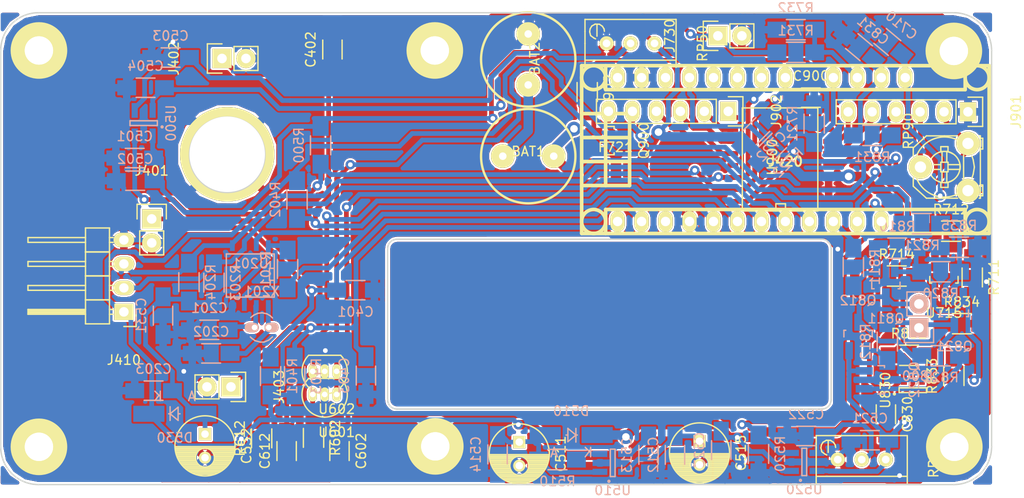
<source format=kicad_pcb>
(kicad_pcb (version 4) (host pcbnew 4.0.2-stable)
  (layers (0 F.Cu signal) (31 B.Cu signal) (34 B.Paste user hide) (35 F.Paste user hide) (36 B.SilkS user) (37 F.SilkS user) (38 B.Mask user hide) (39 F.Mask user hide) (44 Edge.Cuts user))
  (net 0 "")
  (net 1 "Net-(BAT1-Pad1)")
  (net 2 "Net-(BAT1-Pad2)")
  (net 3 GND)
  (net 4 "Net-(C201-Pad1)")
  (net 5 "Net-(C202-Pad1)")
  (net 6 V_rtc)
  (net 7 BP1)
  (net 8 BP2)
  (net 9 BP3)
  (net 10 V_sol)
  (net 11 "Net-(C503-Pad1)")
  (net 12 V_bat)
  (net 13 "Net-(C511-Pad1)")
  (net 14 "Net-(C513-Pad1)")
  (net 15 VCC)
  (net 16 "Net-(C522-Pad1)")
  (net 17 VPP)
  (net 18 quadA)
  (net 19 quadB)
  (net 20 V_ref)
  (net 21 M_imot)
  (net 22 SDA)
  (net 23 SCL)
  (net 24 alarm)
  (net 25 C_bkw)
  (net 26 C_frw)
  (net 27 charge_OFF)
  (net 28 M_bat)
  (net 29 M_sol)
  (net 30 mot_A)
  (net 31 mot_B)
  (net 32 "Net-(J901-Pad3)")
  (net 33 "Net-(J901-Pad4)")
  (net 34 "Net-(J901-Pad5)")
  (net 35 "Net-(J901-Pad6)")
  (net 36 "Net-(J902-Pad1)")
  (net 37 "Net-(J902-Pad2)")
  (net 38 "Net-(J902-Pad3)")
  (net 39 "Net-(J902-Pad4)")
  (net 40 "Net-(J902-Pad6)")
  (net 41 "Net-(Q811-Pad1)")
  (net 42 "Net-(Q811-Pad2)")
  (net 43 "Net-(Q812-Pad1)")
  (net 44 "Net-(Q821-Pad1)")
  (net 45 "Net-(Q822-Pad1)")
  (net 46 "Net-(Q900-Pad1)")
  (net 47 "Net-(R510-Pad2)")
  (net 48 VppEn)
  (net 49 "Net-(R831-Pad2)")
  (net 50 "Net-(R832-Pad2)")
  (net 51 "Net-(R833-Pad1)")
  (net 52 "Net-(R902-Pad1)")
  (net 53 "Net-(R711-Pad1)")
  (module Capacitors_SMD:C_1206_HandSoldering (layer B.Cu) (at 61.6 42.2 180)
    (fp_text reference C501 (at 0 2.3 180) (layer B.SilkS) (effects (justify mirror)))
    (fp_text value 10uF)
    (pad 1 smd rect (at -2 0 180) (size 2 1.6) (layers B.Cu B.Paste B.Mask) (net 10 V_sol))
    (pad 2 smd rect (at 2 0 180) (size 2 1.6) (layers B.Cu B.Paste B.Mask) (net 3 GND))
  )
  (module Resistors_SMD:R_1206_HandSoldering (layer B.Cu) (at 141.35 61.65 270)
    (fp_text reference R812 (at 0 2.3 270) (layer B.SilkS) (effects (justify mirror)))
    (fp_text value 330)
    (pad 1 smd rect (at -2 0 270) (size 2 1.7) (layers B.Cu B.Paste B.Mask) (net 30 mot_A))
    (pad 2 smd rect (at 2 0 270) (size 2 1.7) (layers B.Cu B.Paste B.Mask) (net 43 "Net-(Q812-Pad1)"))
  )
  (module gdi:HFC1025 (layer F.Cu) (at 103.3 42 180)
    (fp_text reference BAT1 (at 0 0.5 180) (layer F.SilkS))
    (fp_text value BAT)
    (pad 1 thru_hole circle (at -2.7 0 180) (size 2.5 2.5) (drill 0.8) (layers *.Cu *.Mask F.SilkS) (net 1 "Net-(BAT1-Pad1)"))
    (pad 2 thru_hole circle (at 2.7 0 180) (size 2.5 2.5) (drill 0.8) (layers *.Cu *.Mask F.SilkS) (net 2 "Net-(BAT1-Pad2)"))
  )
  (module gdi:HFC1025 (layer F.Cu) (at 103.3 31.75 90)
    (fp_text reference BAT2 (at 0.1 0.7 90) (layer F.SilkS))
    (fp_text value BAT)
    (pad 1 thru_hole circle (at -2.7 0 90) (size 2.5 2.5) (drill 0.8) (layers *.Cu *.Mask F.SilkS) (net 2 "Net-(BAT1-Pad2)"))
    (pad 2 thru_hole circle (at 2.7 0 90) (size 2.5 2.5) (drill 0.8) (layers *.Cu *.Mask F.SilkS) (net 3 GND))
  )
  (module Capacitors_SMD:C_1206_HandSoldering (layer B.Cu) (at 69.5 60.4 180)
    (fp_text reference C201 (at 0 2.3 180) (layer B.SilkS) (effects (justify mirror)))
    (fp_text value 10p)
    (pad 1 smd rect (at -2 0 180) (size 2 1.6) (layers B.Cu B.Paste B.Mask) (net 4 "Net-(C201-Pad1)"))
    (pad 2 smd rect (at 2 0 180) (size 2 1.6) (layers B.Cu B.Paste B.Mask) (net 3 GND))
  )
  (module Capacitors_SMD:C_1206_HandSoldering (layer B.Cu) (at 69.7 62.9 180)
    (fp_text reference C202 (at 0 2.3 180) (layer B.SilkS) (effects (justify mirror)))
    (fp_text value 10p)
    (pad 1 smd rect (at -2 0 180) (size 2 1.6) (layers B.Cu B.Paste B.Mask) (net 5 "Net-(C202-Pad1)"))
    (pad 2 smd rect (at 2 0 180) (size 2 1.6) (layers B.Cu B.Paste B.Mask) (net 3 GND))
  )
  (module Capacitors_SMD:C_1206_HandSoldering (layer B.Cu) (at 63.6 66.85 180)
    (fp_text reference C203 (at 0 2.3 180) (layer B.SilkS) (effects (justify mirror)))
    (fp_text value 10n)
    (pad 1 smd rect (at -2 0 180) (size 2 1.6) (layers B.Cu B.Paste B.Mask) (net 6 V_rtc))
    (pad 2 smd rect (at 2 0 180) (size 2 1.6) (layers B.Cu B.Paste B.Mask) (net 3 GND))
  )
  (module Capacitors_SMD:C_1206_HandSoldering (layer B.Cu) (at 85 56.2)
    (fp_text reference C401 (at 0 2.3) (layer B.SilkS) (effects (justify mirror)))
    (fp_text value 10n)
    (pad 1 smd rect (at -2 0) (size 2 1.6) (layers B.Cu B.Paste B.Mask) (net 7 BP1))
    (pad 2 smd rect (at 2 0) (size 2 1.6) (layers B.Cu B.Paste B.Mask) (net 3 GND))
  )
  (module Capacitors_SMD:C_1206_HandSoldering (layer F.Cu) (at 82.55 30.7 90)
    (fp_text reference C402 (at 0 -2.3 90) (layer F.SilkS))
    (fp_text value 10n)
    (pad 1 smd rect (at -2 0 90) (size 2 1.6) (layers F.Cu F.Paste F.Mask) (net 8 BP2))
    (pad 2 smd rect (at 2 0 90) (size 2 1.6) (layers F.Cu F.Paste F.Mask) (net 3 GND))
  )
  (module Capacitors_SMD:C_1206_HandSoldering (layer B.Cu) (at 86.1 65.25 270)
    (fp_text reference C403 (at 0 2.3 270) (layer B.SilkS) (effects (justify mirror)))
    (fp_text value 10n)
    (pad 1 smd rect (at -2 0 270) (size 2 1.6) (layers B.Cu B.Paste B.Mask) (net 9 BP3))
    (pad 2 smd rect (at 2 0 270) (size 2 1.6) (layers B.Cu B.Paste B.Mask) (net 3 GND))
  )
  (module Capacitors_SMD:C_1206_HandSoldering (layer B.Cu) (at 61.65 44.6 180)
    (fp_text reference C502 (at 0 2.3 180) (layer B.SilkS) (effects (justify mirror)))
    (fp_text value 10n)
    (pad 1 smd rect (at -2 0 180) (size 2 1.6) (layers B.Cu B.Paste B.Mask) (net 10 V_sol))
    (pad 2 smd rect (at 2 0 180) (size 2 1.6) (layers B.Cu B.Paste B.Mask) (net 3 GND))
  )
  (module Capacitors_SMD:C_1206_HandSoldering (layer B.Cu) (at 65.4 31.55 180)
    (fp_text reference C503 (at 0 2.3 180) (layer B.SilkS) (effects (justify mirror)))
    (fp_text value 10n)
    (pad 1 smd rect (at -2 0 180) (size 2 1.6) (layers B.Cu B.Paste B.Mask) (net 11 "Net-(C503-Pad1)"))
    (pad 2 smd rect (at 2 0 180) (size 2 1.6) (layers B.Cu B.Paste B.Mask) (net 3 GND))
  )
  (module Capacitors_SMD:C_1206_HandSoldering (layer B.Cu) (at 62.75 34.75 180)
    (fp_text reference C504 (at 0 2.3 180) (layer B.SilkS) (effects (justify mirror)))
    (fp_text value 10uF)
    (pad 1 smd rect (at -2 0 180) (size 2 1.6) (layers B.Cu B.Paste B.Mask) (net 12 V_bat))
    (pad 2 smd rect (at 2 0 180) (size 2 1.6) (layers B.Cu B.Paste B.Mask) (net 3 GND))
  )
  (module Capacitors_SMD:C_1206_HandSoldering (layer B.Cu) (at 118.85 73.65 270)
    (fp_text reference C512 (at 0 2.3 270) (layer B.SilkS) (effects (justify mirror)))
    (fp_text value 10uF)
    (pad 1 smd rect (at -2 0 270) (size 2 1.6) (layers B.Cu B.Paste B.Mask) (net 15 VCC))
    (pad 2 smd rect (at 2 0 270) (size 2 1.6) (layers B.Cu B.Paste B.Mask) (net 3 GND))
  )
  (module Capacitors_SMD:C_1206_HandSoldering (layer B.Cu) (at 116.05 73.65 270)
    (fp_text reference C513 (at 0 2.3 270) (layer B.SilkS) (effects (justify mirror)))
    (fp_text value 10n)
    (pad 1 smd rect (at -2 0 270) (size 2 1.6) (layers B.Cu B.Paste B.Mask) (net 14 "Net-(C513-Pad1)"))
    (pad 2 smd rect (at 2 0 270) (size 2 1.6) (layers B.Cu B.Paste B.Mask) (net 3 GND))
  )
  (module Capacitors_SMD:C_1206_HandSoldering (layer B.Cu) (at 100.05 73.6 270)
    (fp_text reference C514 (at 0 2.3 270) (layer B.SilkS) (effects (justify mirror)))
    (fp_text value 10uF)
    (pad 1 smd rect (at -2 0 270) (size 2 1.6) (layers B.Cu B.Paste B.Mask) (net 13 "Net-(C511-Pad1)"))
    (pad 2 smd rect (at 2 0 270) (size 2 1.6) (layers B.Cu B.Paste B.Mask) (net 3 GND))
  )
  (module Capacitors_SMD:C_1206_HandSoldering (layer B.Cu) (at 139.5 72.1 180)
    (fp_text reference C521 (at 0 2.3 180) (layer B.SilkS) (effects (justify mirror)))
    (fp_text value 10uF)
    (pad 1 smd rect (at -2 0 180) (size 2 1.6) (layers B.Cu B.Paste B.Mask) (net 17 VPP))
    (pad 2 smd rect (at 2 0 180) (size 2 1.6) (layers B.Cu B.Paste B.Mask) (net 3 GND))
  )
  (module Capacitors_SMD:C_1206_HandSoldering (layer B.Cu) (at 132.75 71.65 180)
    (fp_text reference C522 (at 0 2.3 180) (layer B.SilkS) (effects (justify mirror)))
    (fp_text value 10n)
    (pad 1 smd rect (at -2 0 180) (size 2 1.6) (layers B.Cu B.Paste B.Mask) (net 16 "Net-(C522-Pad1)"))
    (pad 2 smd rect (at 2 0 180) (size 2 1.6) (layers B.Cu B.Paste B.Mask) (net 3 GND))
  )
  (module Capacitors_SMD:C_1206_HandSoldering (layer B.Cu) (at 123.75 73.15 270)
    (fp_text reference C523 (at 0 2.3 270) (layer B.SilkS) (effects (justify mirror)))
    (fp_text value 10uF)
    (pad 1 smd rect (at -2 0 270) (size 2 1.6) (layers B.Cu B.Paste B.Mask) (net 12 V_bat))
    (pad 2 smd rect (at 2 0 270) (size 2 1.6) (layers B.Cu B.Paste B.Mask) (net 3 GND))
  )
  (module Capacitors_SMD:C_1206_HandSoldering (layer B.Cu) (at 64.6 58.9 270)
    (fp_text reference C531 (at 0 2.3 270) (layer B.SilkS) (effects (justify mirror)))
    (fp_text value 10uF)
    (pad 1 smd rect (at -2 0 270) (size 2 1.6) (layers B.Cu B.Paste B.Mask) (net 6 V_rtc))
    (pad 2 smd rect (at 2 0 270) (size 2 1.6) (layers B.Cu B.Paste B.Mask) (net 3 GND))
  )
  (module Capacitors_SMD:C_1206_HandSoldering (layer F.Cu) (at 83.3 73.25 270)
    (fp_text reference C602 (at 0 -2.3 270) (layer F.SilkS))
    (fp_text value 100nF)
    (pad 1 smd rect (at -2 0 270) (size 2 1.6) (layers F.Cu F.Paste F.Mask) (net 18 quadA))
    (pad 2 smd rect (at 2 0 270) (size 2 1.6) (layers F.Cu F.Paste F.Mask) (net 3 GND))
  )
  (module Capacitors_SMD:C_1206_HandSoldering (layer F.Cu) (at 77.7 73.25 90)
    (fp_text reference C612 (at 0 -2.3 90) (layer F.SilkS))
    (fp_text value 100nF)
    (pad 1 smd rect (at -2 0 90) (size 2 1.6) (layers F.Cu F.Paste F.Mask) (net 3 GND))
    (pad 2 smd rect (at 2 0 90) (size 2 1.6) (layers F.Cu F.Paste F.Mask) (net 19 quadB))
  )
  (module Capacitors_SMD:C_1206_HandSoldering (layer B.Cu) (at 141.35 29.9 140)
    (fp_text reference C710 (at -0.000001 2.3 140) (layer B.SilkS) (effects (justify mirror)))
    (fp_text value 10n)
    (pad 1 smd rect (at -2 0 140) (size 2 1.6) (layers B.Cu B.Paste B.Mask) (net 20 V_ref))
    (pad 2 smd rect (at 2 0 140) (size 2 1.6) (layers B.Cu B.Paste B.Mask) (net 3 GND))
  )
  (module Capacitors_SMD:C_1206_HandSoldering (layer B.Cu) (at 127.45 39.35 45)
    (fp_text reference C722 (at 0 2.300001 45) (layer B.SilkS) (effects (justify mirror)))
    (fp_text value 10uF)
    (pad 1 smd rect (at -2 0 45) (size 2 1.6) (layers B.Cu B.Paste B.Mask) (net 12 V_bat))
    (pad 2 smd rect (at 2 0 45) (size 2 1.6) (layers B.Cu B.Paste B.Mask) (net 3 GND))
  )
  (module Capacitors_SMD:C_1206_HandSoldering (layer F.Cu) (at 141.2 69.35 270)
    (fp_text reference C830 (at 0 -2.3 270) (layer F.SilkS))
    (fp_text value 100n)
    (pad 1 smd rect (at -2 0 270) (size 2 1.6) (layers F.Cu F.Paste F.Mask) (net 17 VPP))
    (pad 2 smd rect (at 2 0 270) (size 2 1.6) (layers F.Cu F.Paste F.Mask) (net 3 GND))
  )
  (module Capacitors_SMD:C_1206_HandSoldering (layer B.Cu) (at 138.35 30.45 140)
    (fp_text reference C831 (at -0.000001 2.3 140) (layer B.SilkS) (effects (justify mirror)))
    (fp_text value 100n)
    (pad 1 smd rect (at -2 0 140) (size 2 1.6) (layers B.Cu B.Paste B.Mask) (net 21 M_imot))
    (pad 2 smd rect (at 2 0 140) (size 2 1.6) (layers B.Cu B.Paste B.Mask) (net 3 GND))
  )
  (module Capacitors_SMD:C_1206_HandSoldering (layer F.Cu) (at 133.25 35.8)
    (fp_text reference C900 (at 0 -2.3) (layer F.SilkS))
    (fp_text value 100nF)
    (pad 1 smd rect (at -2 0) (size 2 1.6) (layers F.Cu F.Paste F.Mask) (net 15 VCC))
    (pad 2 smd rect (at 2 0) (size 2 1.6) (layers F.Cu F.Paste F.Mask) (net 3 GND))
  )
  (module Diodes_SMD:MiniMELF_Handsoldering (layer B.Cu) (at 107.85 71.55 180)
    (fp_text reference D510 (at 0 2.54 180) (layer B.SilkS) (effects (justify mirror)))
    (fp_text value SCHOTTKY)
    (fp_text user K (at -1.8 -1.85 180) (layer B.SilkS) (effects (justify mirror)))
    (fp_text user A (at 1.8 -1.85 180) (layer B.SilkS) (effects (justify mirror)))
    (pad 1 smd rect (at -2.75082 0 180) (size 3.29946 1.69926) (layers B.Cu B.Paste B.Mask) (net 12 V_bat))
    (pad 2 smd rect (at 2.75082 0 180) (size 3.29946 1.69926) (layers B.Cu B.Paste B.Mask) (net 13 "Net-(C511-Pad1)"))
  )
  (module Diodes_SMD:MiniMELF_Handsoldering (layer B.Cu) (at 65.85 69.3)
    (fp_text reference D530 (at 0 2.54) (layer B.SilkS) (effects (justify mirror)))
    (fp_text value SCHOTTKY)
    (fp_text user K (at -1.8 -1.85) (layer B.SilkS) (effects (justify mirror)))
    (fp_text user A (at 1.8 -1.85) (layer B.SilkS) (effects (justify mirror)))
    (pad 1 smd rect (at -2.75082 0) (size 3.29946 1.69926) (layers B.Cu B.Paste B.Mask) (net 15 VCC))
    (pad 2 smd rect (at 2.75082 0) (size 3.29946 1.69926) (layers B.Cu B.Paste B.Mask) (net 6 V_rtc))
  )
  (module Fuse_Holders_and_Fuses:Fuse_SMD1206_HandSoldering (layer F.Cu) (at 112.6 43.25)
    (fp_text reference F721 (at -0.0508 -2.19964) (layer F.SilkS))
    (fp_text value 5A)
    (pad 1 smd rect (at -2.08534 0 90) (size 2.02946 2.65176) (layers F.Cu F.Paste F.Mask) (net 1 "Net-(BAT1-Pad1)"))
    (pad 2 smd rect (at 2.08534 0 90) (size 2.02946 2.65176) (layers F.Cu F.Paste F.Mask) (net 12 V_bat))
  )
  (module gdi:MF85 (layer F.Cu) (at 71.4 41.8)
    (fp_text reference H7 (at 0 0.5) (layer F.SilkS))
    (fp_text value hole)
    (pad 1 thru_hole circle (at 0 0) (size 10 10) (drill 8) (layers *.Cu *.Mask F.SilkS) (net 3 GND))
  )
  (module Pin_Headers:Pin_Header_Straight_1x02 (layer F.Cu) (at 63.4 48.65)
    (fp_text reference J401 (at 0 -5.1) (layer F.SilkS))
    (fp_text value HEADER_2)
    (pad 1 thru_hole rect (at 0 0) (size 2.032 2.032) (drill 1.016) (layers *.Cu *.Mask F.SilkS) (net 7 BP1))
    (pad 2 thru_hole oval (at 0 2.54) (size 2.032 2.032) (drill 1.016) (layers *.Cu *.Mask F.SilkS) (net 3 GND))
  )
  (module Pin_Headers:Pin_Header_Straight_1x02 (layer F.Cu) (at 70.85 31.65 90)
    (fp_text reference J402 (at 0 -5.1 90) (layer F.SilkS))
    (fp_text value HEADER_2)
    (pad 1 thru_hole rect (at 0 0 90) (size 2.032 2.032) (drill 1.016) (layers *.Cu *.Mask F.SilkS) (net 8 BP2))
    (pad 2 thru_hole oval (at 0 2.54 90) (size 2.032 2.032) (drill 1.016) (layers *.Cu *.Mask F.SilkS) (net 3 GND))
  )
  (module Pin_Headers:Pin_Header_Straight_1x02 (layer F.Cu) (at 71.8 66.45 270)
    (fp_text reference J403 (at 0 -5.1 270) (layer F.SilkS))
    (fp_text value HEADER_2)
    (pad 1 thru_hole rect (at 0 0 270) (size 2.032 2.032) (drill 1.016) (layers *.Cu *.Mask F.SilkS) (net 9 BP3))
    (pad 2 thru_hole oval (at 0 2.54 270) (size 2.032 2.032) (drill 1.016) (layers *.Cu *.Mask F.SilkS) (net 3 GND))
  )
  (module Pin_Headers:Pin_Header_Straight_1x02 (layer F.Cu) (at 123.4 29.25 90)
    (fp_text reference J730 (at 0 -5.1 90) (layer F.SilkS))
    (fp_text value HEADER_2)
    (pad 1 thru_hole rect (at 0 0 90) (size 2.032 2.032) (drill 1.016) (layers *.Cu *.Mask F.SilkS) (net 10 V_sol))
    (pad 2 thru_hole oval (at 0 2.54 90) (size 2.032 2.032) (drill 1.016) (layers *.Cu *.Mask F.SilkS) (net 3 GND))
  )
  (module Pin_Headers:Pin_Header_Straight_1x02 (layer B.Cu) (at 144.7 60.2)
    (fp_text reference J800 (at 0 5.1) (layer B.SilkS) (effects (justify mirror)))
    (fp_text value HEADER_2)
    (pad 1 thru_hole rect (at 0 0) (size 2.032 2.032) (drill 1.016) (layers *.Cu *.Mask B.SilkS) (net 30 mot_A))
    (pad 2 thru_hole oval (at 0 -2.54) (size 2.032 2.032) (drill 1.016) (layers *.Cu *.Mask B.SilkS) (net 31 mot_B))
  )
  (module Pin_Headers:Pin_Header_Straight_1x06 (layer F.Cu) (at 149.9 37.3 270)
    (fp_text reference J901 (at 0 -5.1 270) (layer F.SilkS))
    (fp_text value HEADER_6)
    (pad 1 thru_hole rect (at 0 0 270) (size 2.032 1.7272) (drill 1.016) (layers *.Cu *.Mask F.SilkS) (net 3 GND))
    (pad 2 thru_hole oval (at 0 2.54) (size 1.524 2.19964) (drill 1.00076) (layers *.Cu *.Mask F.SilkS) (net 15 VCC))
    (pad 3 thru_hole oval (at 0 5.08) (size 1.524 2.19964) (drill 1.00076) (layers *.Cu *.Mask F.SilkS) (net 32 "Net-(J901-Pad3)"))
    (pad 4 thru_hole oval (at 0 7.62) (size 1.524 2.19964) (drill 1.00076) (layers *.Cu *.Mask F.SilkS) (net 33 "Net-(J901-Pad4)"))
    (pad 5 thru_hole oval (at 0 10.16) (size 1.524 2.19964) (drill 1.00076) (layers *.Cu *.Mask F.SilkS) (net 34 "Net-(J901-Pad5)"))
    (pad 6 thru_hole oval (at 0 12.7) (size 1.524 2.19964) (drill 1.00076) (layers *.Cu *.Mask F.SilkS) (net 35 "Net-(J901-Pad6)"))
  )
  (module Pin_Headers:Pin_Header_Straight_1x06 (layer F.Cu) (at 124.5 37.25 270)
    (fp_text reference J902 (at 0 -5.1 270) (layer F.SilkS))
    (fp_text value HEADER_6)
    (pad 1 thru_hole rect (at 0 0 270) (size 2.032 1.7272) (drill 1.016) (layers *.Cu *.Mask F.SilkS) (net 36 "Net-(J902-Pad1)"))
    (pad 2 thru_hole oval (at 0 2.54) (size 1.524 2.19964) (drill 1.00076) (layers *.Cu *.Mask F.SilkS) (net 37 "Net-(J902-Pad2)"))
    (pad 3 thru_hole oval (at 0 5.08) (size 1.524 2.19964) (drill 1.00076) (layers *.Cu *.Mask F.SilkS) (net 38 "Net-(J902-Pad3)"))
    (pad 4 thru_hole oval (at 0 7.62) (size 1.524 2.19964) (drill 1.00076) (layers *.Cu *.Mask F.SilkS) (net 39 "Net-(J902-Pad4)"))
    (pad 5 thru_hole oval (at 0 10.16) (size 1.524 2.19964) (drill 1.00076) (layers *.Cu *.Mask F.SilkS) (net 15 VCC))
    (pad 6 thru_hole oval (at 0 12.7) (size 1.524 2.19964) (drill 1.00076) (layers *.Cu *.Mask F.SilkS) (net 40 "Net-(J902-Pad6)"))
  )
  (module TO_SOT_Packages_SMD:SOT-23_Handsoldering (layer B.Cu) (at 141.2 55.4)
    (fp_text reference Q811 (at 0 3.81) (layer B.SilkS) (effects (justify mirror)))
    (fp_text value PBSS4320)
    (pad 1 smd rect (at -0.95 -1.50114) (size 0.8001 1.80086) (layers B.Cu B.Paste B.Mask) (net 41 "Net-(Q811-Pad1)"))
    (pad 2 smd rect (at 0.95 -1.50114) (size 0.8001 1.80086) (layers B.Cu B.Paste B.Mask) (net 42 "Net-(Q811-Pad2)"))
    (pad 3 smd rect (at 0 1.50114) (size 0.8001 1.80086) (layers B.Cu B.Paste B.Mask) (net 31 mot_B))
  )
  (module TO_SOT_Packages_SMD:SOT-23_Handsoldering (layer B.Cu) (at 138.25 61.1 180)
    (fp_text reference Q812 (at 0 3.81 180) (layer B.SilkS) (effects (justify mirror)))
    (fp_text value PBSS5350)
    (pad 1 smd rect (at -0.95 -1.50114 180) (size 0.8001 1.80086) (layers B.Cu B.Paste B.Mask) (net 43 "Net-(Q812-Pad1)"))
    (pad 2 smd rect (at 0.95 -1.50114 180) (size 0.8001 1.80086) (layers B.Cu B.Paste B.Mask) (net 17 VPP))
    (pad 3 smd rect (at 0 1.50114 180) (size 0.8001 1.80086) (layers B.Cu B.Paste B.Mask) (net 31 mot_B))
  )
  (module TO_SOT_Packages_SMD:SOT-23_Handsoldering (layer B.Cu) (at 148.45 58.35)
    (fp_text reference Q821 (at 0 3.81) (layer B.SilkS) (effects (justify mirror)))
    (fp_text value PBSS4320)
    (pad 1 smd rect (at -0.95 -1.50114) (size 0.8001 1.80086) (layers B.Cu B.Paste B.Mask) (net 44 "Net-(Q821-Pad1)"))
    (pad 2 smd rect (at 0.95 -1.50114) (size 0.8001 1.80086) (layers B.Cu B.Paste B.Mask) (net 42 "Net-(Q811-Pad2)"))
    (pad 3 smd rect (at 0 1.50114) (size 0.8001 1.80086) (layers B.Cu B.Paste B.Mask) (net 30 mot_A))
  )
  (module TO_SOT_Packages_SMD:SOT-23_Handsoldering (layer B.Cu) (at 140.4 65.7 90)
    (fp_text reference Q822 (at 0 3.81 90) (layer B.SilkS) (effects (justify mirror)))
    (fp_text value PBSS5350)
    (pad 1 smd rect (at -0.95 -1.50114 90) (size 0.8001 1.80086) (layers B.Cu B.Paste B.Mask) (net 45 "Net-(Q822-Pad1)"))
    (pad 2 smd rect (at 0.95 -1.50114 90) (size 0.8001 1.80086) (layers B.Cu B.Paste B.Mask) (net 17 VPP))
    (pad 3 smd rect (at 0 1.50114 90) (size 0.8001 1.80086) (layers B.Cu B.Paste B.Mask) (net 30 mot_A))
  )
  (module TO_SOT_Packages_SMD:SOT-23_Handsoldering (layer F.Cu) (at 111.75 40.35 270)
    (fp_text reference Q900 (at 0 -3.81 270) (layer F.SilkS))
    (fp_text value PBSS4320)
    (pad 1 smd rect (at -0.95 1.50114 270) (size 0.8001 1.80086) (layers F.Cu F.Paste F.Mask) (net 46 "Net-(Q900-Pad1)"))
    (pad 2 smd rect (at 0.95 1.50114 270) (size 0.8001 1.80086) (layers F.Cu F.Paste F.Mask) (net 3 GND))
    (pad 3 smd rect (at 0 -1.50114 270) (size 0.8001 1.80086) (layers F.Cu F.Paste F.Mask) (net 40 "Net-(J902-Pad6)"))
  )
  (module Resistors_SMD:R_1206_HandSoldering (layer B.Cu) (at 77.8 53.95 270)
    (fp_text reference R201 (at 0 2.3 270) (layer B.SilkS) (effects (justify mirror)))
    (fp_text value 10k)
    (pad 1 smd rect (at -2 0 270) (size 2 1.7) (layers B.Cu B.Paste B.Mask) (net 6 V_rtc))
    (pad 2 smd rect (at 2 0 270) (size 2 1.7) (layers B.Cu B.Paste B.Mask) (net 24 alarm))
  )
  (module Resistors_SMD:R_1206_HandSoldering (layer B.Cu) (at 76 65.3 90)
    (fp_text reference R401 (at 0 2.3 90) (layer B.SilkS) (effects (justify mirror)))
    (fp_text value 10k)
    (pad 1 smd rect (at -2 0 90) (size 2 1.7) (layers B.Cu B.Paste B.Mask) (net 15 VCC))
    (pad 2 smd rect (at 2 0 90) (size 2 1.7) (layers B.Cu B.Paste B.Mask) (net 7 BP1))
  )
  (module Resistors_SMD:R_1206_HandSoldering (layer B.Cu) (at 78.8 46.6 270)
    (fp_text reference R402 (at 0 2.3 270) (layer B.SilkS) (effects (justify mirror)))
    (fp_text value 10k)
    (pad 1 smd rect (at -2 0 270) (size 2 1.7) (layers B.Cu B.Paste B.Mask) (net 15 VCC))
    (pad 2 smd rect (at 2 0 270) (size 2 1.7) (layers B.Cu B.Paste B.Mask) (net 8 BP2))
  )
  (module Resistors_SMD:R_1206_HandSoldering (layer B.Cu) (at 78.55 65.3 90)
    (fp_text reference R403 (at 0 2.3 90) (layer B.SilkS) (effects (justify mirror)))
    (fp_text value 10k)
    (pad 1 smd rect (at -2 0 90) (size 2 1.7) (layers B.Cu B.Paste B.Mask) (net 15 VCC))
    (pad 2 smd rect (at 2 0 90) (size 2 1.7) (layers B.Cu B.Paste B.Mask) (net 9 BP3))
  )
  (module Resistors_SMD:R_1206_HandSoldering (layer B.Cu) (at 81.3 40.85 270)
    (fp_text reference R500 (at 0 2.3 270) (layer B.SilkS) (effects (justify mirror)))
    (fp_text value 10k)
    (pad 1 smd rect (at -2 0 270) (size 2 1.7) (layers B.Cu B.Paste B.Mask) (net 10 V_sol))
    (pad 2 smd rect (at 2 0 270) (size 2 1.7) (layers B.Cu B.Paste B.Mask) (net 27 charge_OFF))
  )
  (module Resistors_SMD:R_1206_HandSoldering (layer B.Cu) (at 106.4 74.15)
    (fp_text reference R510 (at 0 2.3) (layer B.SilkS) (effects (justify mirror)))
    (fp_text value 10k)
    (pad 1 smd rect (at -2 0) (size 2 1.7) (layers B.Cu B.Paste B.Mask) (net 13 "Net-(C511-Pad1)"))
    (pad 2 smd rect (at 2 0) (size 2 1.7) (layers B.Cu B.Paste B.Mask) (net 47 "Net-(R510-Pad2)"))
  )
  (module Resistors_SMD:R_1206_HandSoldering (layer B.Cu) (at 127.7 73.55 90)
    (fp_text reference R520 (at 0 2.3 90) (layer B.SilkS) (effects (justify mirror)))
    (fp_text value 10k)
    (pad 1 smd rect (at -2 0 90) (size 2 1.7) (layers B.Cu B.Paste B.Mask) (net 3 GND))
    (pad 2 smd rect (at 2 0 90) (size 2 1.7) (layers B.Cu B.Paste B.Mask) (net 48 VppEn))
  )
  (module Resistors_SMD:R_1206_HandSoldering (layer F.Cu) (at 80.55 71.85 270)
    (fp_text reference R602 (at 0 -2.3 270) (layer F.SilkS))
    (fp_text value 4k7)
    (pad 1 smd rect (at -2 0 270) (size 2 1.7) (layers F.Cu F.Paste F.Mask) (net 18 quadA))
    (pad 2 smd rect (at 2 0 270) (size 2 1.7) (layers F.Cu F.Paste F.Mask) (net 15 VCC))
  )
  (module Resistors_SMD:R_1206_HandSoldering (layer F.Cu) (at 75.05 71.9 90)
    (fp_text reference R612 (at 0 -2.3 90) (layer F.SilkS))
    (fp_text value 4k7)
    (pad 1 smd rect (at -2 0 90) (size 2 1.7) (layers F.Cu F.Paste F.Mask) (net 15 VCC))
    (pad 2 smd rect (at 2 0 90) (size 2 1.7) (layers F.Cu F.Paste F.Mask) (net 19 quadB))
  )
  (module Resistors_SMD:R_1206_HandSoldering (layer F.Cu) (at 142.35 54.7)
    (fp_text reference R714 (at 0 -2.3) (layer F.SilkS))
    (fp_text value 10k)
    (pad 1 smd rect (at -2 0) (size 2 1.7) (layers F.Cu F.Paste F.Mask) (net 17 VPP))
    (pad 2 smd rect (at 2 0) (size 2 1.7) (layers F.Cu F.Paste F.Mask) (net 20 V_ref))
  )
  (module Resistors_SMD:R_1206_HandSoldering (layer B.Cu) (at 133.6 38.55 270)
    (fp_text reference R721 (at 0 2.3 270) (layer B.SilkS) (effects (justify mirror)))
    (fp_text value 10k)
    (pad 1 smd rect (at -2 0 270) (size 2 1.7) (layers B.Cu B.Paste B.Mask) (net 3 GND))
    (pad 2 smd rect (at 2 0 270) (size 2 1.7) (layers B.Cu B.Paste B.Mask) (net 28 M_bat))
  )
  (module Resistors_SMD:R_1206_HandSoldering (layer B.Cu) (at 129.2 41.05 45)
    (fp_text reference R722 (at 0 2.300001 45) (layer B.SilkS) (effects (justify mirror)))
    (fp_text value 10k)
    (pad 1 smd rect (at -2 0 45) (size 2 1.7) (layers B.Cu B.Paste B.Mask) (net 12 V_bat))
    (pad 2 smd rect (at 2 0 45) (size 2 1.7) (layers B.Cu B.Paste B.Mask) (net 28 M_bat))
  )
  (module Resistors_SMD:R_1206_HandSoldering (layer B.Cu) (at 131.65 31 180)
    (fp_text reference R731 (at 0 2.3 180) (layer B.SilkS) (effects (justify mirror)))
    (fp_text value 10k)
    (pad 1 smd rect (at -2 0 180) (size 2 1.7) (layers B.Cu B.Paste B.Mask) (net 29 M_sol))
    (pad 2 smd rect (at 2 0 180) (size 2 1.7) (layers B.Cu B.Paste B.Mask) (net 10 V_sol))
  )
  (module Resistors_SMD:R_1206_HandSoldering (layer B.Cu) (at 131.65 28.6 180)
    (fp_text reference R732 (at 0 2.3 180) (layer B.SilkS) (effects (justify mirror)))
    (fp_text value 10k)
    (pad 1 smd rect (at -2 0 180) (size 2 1.7) (layers B.Cu B.Paste B.Mask) (net 29 M_sol))
    (pad 2 smd rect (at 2 0 180) (size 2 1.7) (layers B.Cu B.Paste B.Mask) (net 3 GND))
  )
  (module Resistors_SMD:R_1206_HandSoldering (layer B.Cu) (at 142.4 51.75 180)
    (fp_text reference R810 (at 0 2.3 180) (layer B.SilkS) (effects (justify mirror)))
    (fp_text value 3k3)
    (pad 1 smd rect (at -2 0 180) (size 2 1.7) (layers B.Cu B.Paste B.Mask) (net 42 "Net-(Q811-Pad2)"))
    (pad 2 smd rect (at 2 0 180) (size 2 1.7) (layers B.Cu B.Paste B.Mask) (net 41 "Net-(Q811-Pad1)"))
  )
  (module Resistors_SMD:R_1206_HandSoldering (layer B.Cu) (at 137.75 53.75 90)
    (fp_text reference R811 (at 0 2.3 90) (layer B.SilkS) (effects (justify mirror)))
    (fp_text value 330)
    (pad 1 smd rect (at -2 0 90) (size 2 1.7) (layers B.Cu B.Paste B.Mask) (net 41 "Net-(Q811-Pad1)"))
    (pad 2 smd rect (at 2 0 90) (size 2 1.7) (layers B.Cu B.Paste B.Mask) (net 26 C_frw))
  )
  (module Resistors_SMD:R_1206_HandSoldering (layer B.Cu) (at 147 54.25)
    (fp_text reference R820 (at 0 2.3) (layer B.SilkS) (effects (justify mirror)))
    (fp_text value 3k3)
    (pad 1 smd rect (at -2 0) (size 2 1.7) (layers B.Cu B.Paste B.Mask) (net 42 "Net-(Q811-Pad2)"))
    (pad 2 smd rect (at 2 0) (size 2 1.7) (layers B.Cu B.Paste B.Mask) (net 44 "Net-(Q821-Pad1)"))
  )
  (module Resistors_SMD:R_1206_HandSoldering (layer B.Cu) (at 145 49.15)
    (fp_text reference R821 (at 0 2.3) (layer B.SilkS) (effects (justify mirror)))
    (fp_text value 330)
    (pad 1 smd rect (at -2 0) (size 2 1.7) (layers B.Cu B.Paste B.Mask) (net 25 C_bkw))
    (pad 2 smd rect (at 2 0) (size 2 1.7) (layers B.Cu B.Paste B.Mask) (net 44 "Net-(Q821-Pad1)"))
  )
  (module Resistors_SMD:R_1206_HandSoldering (layer B.Cu) (at 147 63.15)
    (fp_text reference R822 (at 0 2.3) (layer B.SilkS) (effects (justify mirror)))
    (fp_text value 330)
    (pad 1 smd rect (at -2 0) (size 2 1.7) (layers B.Cu B.Paste B.Mask) (net 31 mot_B))
    (pad 2 smd rect (at 2 0) (size 2 1.7) (layers B.Cu B.Paste B.Mask) (net 45 "Net-(Q822-Pad1)"))
  )
  (module Resistors_SMD:R_1206_HandSoldering (layer B.Cu) (at 139.75 39.8)
    (fp_text reference R831 (at 0 2.3) (layer B.SilkS) (effects (justify mirror)))
    (fp_text value 1k)
    (pad 1 smd rect (at -2 0) (size 2 1.7) (layers B.Cu B.Paste B.Mask) (net 21 M_imot))
    (pad 2 smd rect (at 2 0) (size 2 1.7) (layers B.Cu B.Paste B.Mask) (net 49 "Net-(R831-Pad2)"))
  )
  (module Resistors_SMD:R_1206_HandSoldering (layer F.Cu) (at 143.65 63.1)
    (fp_text reference R832 (at 0 -2.3) (layer F.SilkS))
    (fp_text value 10k)
    (pad 1 smd rect (at -2 0) (size 2 1.7) (layers F.Cu F.Paste F.Mask) (net 49 "Net-(R831-Pad2)"))
    (pad 2 smd rect (at 2 0) (size 2 1.7) (layers F.Cu F.Paste F.Mask) (net 50 "Net-(R832-Pad2)"))
  )
  (module Resistors_SMD:R_1206_HandSoldering (layer F.Cu) (at 148.4 65.3 90)
    (fp_text reference R833 (at 0 -2.3 90) (layer F.SilkS))
    (fp_text value 1k)
    (pad 1 smd rect (at -2 0 90) (size 2 1.7) (layers F.Cu F.Paste F.Mask) (net 51 "Net-(R833-Pad1)"))
    (pad 2 smd rect (at 2 0 90) (size 2 1.7) (layers F.Cu F.Paste F.Mask) (net 42 "Net-(Q811-Pad2)"))
  )
  (module Resistors_SMD:R_1206_HandSoldering (layer F.Cu) (at 149.25 59.75)
    (fp_text reference R834 (at 0 -2.3) (layer F.SilkS))
    (fp_text value 1k)
    (pad 1 smd rect (at -2 0) (size 2 1.7) (layers F.Cu F.Paste F.Mask) (net 50 "Net-(R832-Pad2)"))
    (pad 2 smd rect (at 2 0) (size 2 1.7) (layers F.Cu F.Paste F.Mask) (net 3 GND))
  )
  (module Resistors_SMD:R_1206_HandSoldering (layer B.Cu) (at 148.95 51.65 180)
    (fp_text reference R835 (at 0 2.3 180) (layer B.SilkS) (effects (justify mirror)))
    (fp_text value 0R2)
    (pad 1 smd rect (at -2 0 180) (size 2 1.7) (layers B.Cu B.Paste B.Mask) (net 3 GND))
    (pad 2 smd rect (at 2 0 180) (size 2 1.7) (layers B.Cu B.Paste B.Mask) (net 42 "Net-(Q811-Pad2)"))
  )
  (module Resistors_SMD:R_1206_HandSoldering (layer F.Cu) (at 109.55 35.2 270)
    (fp_text reference R902 (at 0 -2.3 270) (layer F.SilkS))
    (fp_text value 4.7k)
    (pad 1 smd rect (at -2 0 270) (size 2 1.7) (layers F.Cu F.Paste F.Mask) (net 52 "Net-(R902-Pad1)"))
    (pad 2 smd rect (at 2 0 270) (size 2 1.7) (layers F.Cu F.Paste F.Mask) (net 46 "Net-(Q900-Pad1)"))
  )
  (module Potentiometers:Potentiometer_Triwood_RM-065 (layer F.Cu) (at 149.9 45.65 90)
    (fp_text reference RP90 (at 6.30936 -6.30936 90) (layer F.SilkS))
    (fp_text value 10k)
    (pad 2 thru_hole circle (at 2.49936 -5.03936 90) (size 2.49936 2.49936) (drill 1.19888) (layers *.Cu *.Mask F.SilkS) (net 32 "Net-(J901-Pad3)"))
    (pad 3 thru_hole circle (at 4.99872 0 90) (size 2.49936 2.49936) (drill 1.19888) (layers *.Cu *.Mask F.SilkS) (net 15 VCC))
    (pad 1 thru_hole circle (at 0 0 90) (size 2.49936 2.49936) (drill 1.19888) (layers *.Cu *.Mask F.SilkS) (net 3 GND))
  )
  (module SMD_Packages:SOIC-8-N (layer B.Cu) (at 73.85 54.65 180)
    (fp_text reference U201 (at 0 1.27 180) (layer B.SilkS) (effects (justify mirror)))
    (fp_text value DS1337)
    (pad 8 smd rect (at -1.905 3.175 180) (size 0.508 1.143) (layers B.Cu B.Paste B.Mask) (net 6 V_rtc))
    (pad 7 smd rect (at -0.635 3.175 180) (size 0.508 1.143) (layers B.Cu B.Paste B.Mask) (net 24 alarm))
    (pad 6 smd rect (at 0.635 3.175 180) (size 0.508 1.143) (layers B.Cu B.Paste B.Mask) (net 23 SCL))
    (pad 5 smd rect (at 1.905 3.175 180) (size 0.508 1.143) (layers B.Cu B.Paste B.Mask) (net 22 SDA))
    (pad 4 smd rect (at 1.905 -3.175 180) (size 0.508 1.143) (layers B.Cu B.Paste B.Mask) (net 3 GND))
    (pad 3 smd rect (at 0.635 -3.175 180) (size 0.508 1.143) (layers B.Cu B.Paste B.Mask) (net 24 alarm))
    (pad 2 smd rect (at -0.635 -3.175 180) (size 0.508 1.143) (layers B.Cu B.Paste B.Mask) (net 4 "Net-(C201-Pad1)"))
    (pad 1 smd rect (at -1.905 -3.175 180) (size 0.508 1.143) (layers B.Cu B.Paste B.Mask) (net 5 "Net-(C202-Pad1)"))
  )
  (module gdi:SOT-23-5_Handsoldering (layer B.Cu) (at 62.55 38.5 90)
    (fp_text reference U500 (at 0 2.9 90) (layer B.SilkS) (effects (justify mirror)))
    (fp_text value MIC5205)
    (pad 1 smd rect (at -1.35 0.95 90) (size 1.56 0.65) (layers B.Cu B.Paste B.Mask) (net 10 V_sol))
    (pad 2 smd rect (at -1.35 0 90) (size 1.56 0.65) (layers B.Cu B.Paste B.Mask) (net 3 GND))
    (pad 3 smd rect (at -1.35 -0.95 90) (size 1.56 0.65) (layers B.Cu B.Paste B.Mask) (net 27 charge_OFF))
    (pad 4 smd rect (at 1.35 -0.95 90) (size 1.56 0.65) (layers B.Cu B.Paste B.Mask) (net 11 "Net-(C503-Pad1)"))
    (pad 5 smd rect (at 1.35 0.95 90) (size 1.56 0.65) (layers B.Cu B.Paste B.Mask) (net 12 V_bat))
  )
  (module gdi:SOT-23-5_Handsoldering (layer B.Cu) (at 112.25 74.5)
    (fp_text reference U510 (at 0 2.9) (layer B.SilkS) (effects (justify mirror)))
    (fp_text value MIC5205)
    (pad 1 smd rect (at -1.35 0.95) (size 1.56 0.65) (layers B.Cu B.Paste B.Mask) (net 13 "Net-(C511-Pad1)"))
    (pad 2 smd rect (at -1.35 0) (size 1.56 0.65) (layers B.Cu B.Paste B.Mask) (net 3 GND))
    (pad 3 smd rect (at -1.35 -0.95) (size 1.56 0.65) (layers B.Cu B.Paste B.Mask) (net 47 "Net-(R510-Pad2)"))
    (pad 4 smd rect (at 1.35 -0.95) (size 1.56 0.65) (layers B.Cu B.Paste B.Mask) (net 14 "Net-(C513-Pad1)"))
    (pad 5 smd rect (at 1.35 0.95) (size 1.56 0.65) (layers B.Cu B.Paste B.Mask) (net 15 VCC))
  )
  (module gdi:SOT-23-5_Handsoldering (layer B.Cu) (at 132.55 74.4)
    (fp_text reference U520 (at 0 2.9) (layer B.SilkS) (effects (justify mirror)))
    (fp_text value MIC5205)
    (pad 1 smd rect (at -1.35 0.95) (size 1.56 0.65) (layers B.Cu B.Paste B.Mask) (net 12 V_bat))
    (pad 2 smd rect (at -1.35 0) (size 1.56 0.65) (layers B.Cu B.Paste B.Mask) (net 3 GND))
    (pad 3 smd rect (at -1.35 -0.95) (size 1.56 0.65) (layers B.Cu B.Paste B.Mask) (net 48 VppEn))
    (pad 4 smd rect (at 1.35 -0.95) (size 1.56 0.65) (layers B.Cu B.Paste B.Mask) (net 16 "Net-(C522-Pad1)"))
    (pad 5 smd rect (at 1.35 0.95) (size 1.56 0.65) (layers B.Cu B.Paste B.Mask) (net 17 VPP))
  )
  (module TO_SOT_Packages_THT:TO-92_Inline_Narrow_Oval (layer F.Cu) (at 83 67.25 180)
    (fp_text reference U601 (at 0 -4 180) (layer F.SilkS))
    (fp_text value A3144)
    (pad 2 thru_hole oval (at 1.27 0) (size 0.89916 1.50114) (drill 0.6) (layers *.Cu *.Mask F.SilkS) (net 3 GND))
    (pad 3 thru_hole oval (at 2.54 0) (size 0.89916 1.50114) (drill 0.6) (layers *.Cu *.Mask F.SilkS) (net 18 quadA))
    (pad 1 thru_hole oval (at 0 0) (size 0.89916 1.50114) (drill 0.6) (layers *.Cu *.Mask F.SilkS) (net 17 VPP))
  )
  (module TO_SOT_Packages_THT:TO-92_Inline_Narrow_Oval (layer F.Cu) (at 83 64.8 180)
    (fp_text reference U602 (at 0 -4 180) (layer F.SilkS))
    (fp_text value A3144)
    (pad 2 thru_hole oval (at 1.27 0) (size 0.89916 1.50114) (drill 0.6) (layers *.Cu *.Mask F.SilkS) (net 3 GND))
    (pad 3 thru_hole oval (at 2.54 0) (size 0.89916 1.50114) (drill 0.6) (layers *.Cu *.Mask F.SilkS) (net 19 quadB))
    (pad 1 thru_hole oval (at 0 0) (size 0.89916 1.50114) (drill 0.6) (layers *.Cu *.Mask F.SilkS) (net 17 VPP))
  )
  (module TO_SOT_Packages_SMD:SOT-23_Handsoldering (layer F.Cu) (at 147.35 54.8 180)
    (fp_text reference U715 (at 0 -3.81 180) (layer F.SilkS))
    (fp_text value TL431)
    (pad 1 smd rect (at -0.95 1.50114 180) (size 0.8001 1.80086) (layers F.Cu F.Paste F.Mask) (net 53 "Net-(R711-Pad1)"))
    (pad 2 smd rect (at 0.95 1.50114 180) (size 0.8001 1.80086) (layers F.Cu F.Paste F.Mask) (net 20 V_ref))
    (pad 3 smd rect (at 0 -1.50114 180) (size 0.8001 1.80086) (layers F.Cu F.Paste F.Mask) (net 3 GND))
  )
  (module gdi:SOT-23-5_Handsoldering (layer F.Cu) (at 144.05 66.8 90)
    (fp_text reference U830 (at 0 -2.9 90) (layer F.SilkS))
    (fp_text value MCP6001)
    (pad 1 smd rect (at -1.35 -0.95 90) (size 1.56 0.65) (layers F.Cu F.Paste F.Mask) (net 49 "Net-(R831-Pad2)"))
    (pad 2 smd rect (at -1.35 0 90) (size 1.56 0.65) (layers F.Cu F.Paste F.Mask) (net 3 GND))
    (pad 3 smd rect (at -1.35 0.95 90) (size 1.56 0.65) (layers F.Cu F.Paste F.Mask) (net 51 "Net-(R833-Pad1)"))
    (pad 4 smd rect (at 1.35 0.95 90) (size 1.56 0.65) (layers F.Cu F.Paste F.Mask) (net 50 "Net-(R832-Pad2)"))
    (pad 5 smd rect (at 1.35 -0.95 90) (size 1.56 0.65) (layers F.Cu F.Paste F.Mask) (net 17 VPP))
  )
  (module SMD_Packages:SO-16-W (layer F.Cu) (at 130.05 42.35 90)
    (fp_text reference U900 (at 0.254 -0.889 90) (layer F.SilkS))
    (fp_text value PCF8574)
    (pad 1 smd rect (at -4.445 5.08 90) (size 0.508 1.143) (layers F.Cu F.Paste F.Mask) (net 3 GND))
    (pad 2 smd rect (at -3.175 5.08 90) (size 0.508 1.143) (layers F.Cu F.Paste F.Mask) (net 3 GND))
    (pad 3 smd rect (at -1.905 5.08 90) (size 0.508 1.143) (layers F.Cu F.Paste F.Mask) (net 3 GND))
    (pad 4 smd rect (at -0.635 5.08 90) (size 0.508 1.143) (layers F.Cu F.Paste F.Mask) (net 33 "Net-(J901-Pad4)"))
    (pad 5 smd rect (at 0.635 5.08 90) (size 0.508 1.143) (layers F.Cu F.Paste F.Mask) (net 34 "Net-(J901-Pad5)"))
    (pad 6 smd rect (at 1.905 5.08 90) (size 0.508 1.143) (layers F.Cu F.Paste F.Mask) (net 35 "Net-(J901-Pad6)"))
    (pad 7 smd rect (at 3.175 5.08 90) (size 0.508 1.143) (layers F.Cu F.Paste F.Mask) (net 52 "Net-(R902-Pad1)"))
    (pad 8 smd rect (at 4.445 5.08 90) (size 0.508 1.143) (layers F.Cu F.Paste F.Mask) (net 3 GND))
    (pad 9 smd rect (at 4.445 -5.08 90) (size 0.508 1.143) (layers F.Cu F.Paste F.Mask) (net 36 "Net-(J902-Pad1)"))
    (pad 10 smd rect (at 3.175 -5.08 90) (size 0.508 1.143) (layers F.Cu F.Paste F.Mask) (net 37 "Net-(J902-Pad2)"))
    (pad 11 smd rect (at 1.905 -5.08 90) (size 0.508 1.143) (layers F.Cu F.Paste F.Mask) (net 38 "Net-(J902-Pad3)"))
    (pad 12 smd rect (at 0.635 -5.08 90) (size 0.508 1.143) (layers F.Cu F.Paste F.Mask) (net 39 "Net-(J902-Pad4)"))
    (pad 13 smd rect (at -0.635 -5.08 90) (size 0.508 1.143) (layers F.Cu F.Paste F.Mask))
    (pad 14 smd rect (at -1.905 -5.08 90) (size 0.508 1.143) (layers F.Cu F.Paste F.Mask) (net 23 SCL))
    (pad 15 smd rect (at -3.175 -5.08 90) (size 0.508 1.143) (layers F.Cu F.Paste F.Mask) (net 22 SDA))
    (pad 16 smd rect (at -4.445 -5.08 90) (size 0.508 1.143) (layers F.Cu F.Paste F.Mask) (net 15 VCC))
  )
  (module Crystals:Crystal_Round_Vertical_3mm_BigPad (layer B.Cu) (at 75.05 60.15 180)
    (fp_text reference X201 (at 0 3.81 180) (layer B.SilkS) (effects (justify mirror)))
    (fp_text value 32.768K)
    (pad 1 thru_hole oval (at -0.7493 0 180) (size 1.50114 1.00076) (drill 0.59944 (offset -0.29972 0)) (layers *.Cu *.Mask B.SilkS) (net 5 "Net-(C202-Pad1)"))
    (pad 2 thru_hole oval (at 0.7493 0 180) (size 1.50114 1.00076) (drill 0.59944 (offset 0.29972 0)) (layers *.Cu *.Mask B.SilkS) (net 4 "Net-(C201-Pad1)"))
  )
  (module w_conn_misc:arduino_nano_header (layer F.Cu) (at 130.55 41.3)
    (fp_text reference J420 (at 0 1.27) (layer F.SilkS) (effects (font (size 1.016 1.016) (thickness 0.2032))))
    (fp_text value Arduino_Nano_Header hide)
    (pad 1 thru_hole oval (at -17.78 7.62) (size 1.524 2.19964) (drill 1.00076) (layers *.Cu *.Mask F.SilkS) (net 9 BP3))
    (pad 2 thru_hole oval (at -15.24 7.62) (size 1.524 2.19964) (drill 1.00076) (layers *.Cu *.Mask F.SilkS) (net 7 BP1))
    (pad 3 thru_hole oval (at -12.7 7.62) (size 1.524 2.19964) (drill 1.00076) (layers *.Cu *.Mask F.SilkS))
    (pad 4 thru_hole oval (at -10.16 7.62) (size 1.524 2.19964) (drill 1.00076) (layers *.Cu *.Mask F.SilkS) (net 3 GND))
    (pad 5 thru_hole oval (at -7.62 7.62) (size 1.524 2.19964) (drill 1.00076) (layers *.Cu *.Mask F.SilkS) (net 24 alarm))
    (pad 6 thru_hole oval (at -5.08 7.62) (size 1.524 2.19964) (drill 1.00076) (layers *.Cu *.Mask F.SilkS) (net 8 BP2))
    (pad 7 thru_hole oval (at -2.54 7.62) (size 1.524 2.19964) (drill 1.00076) (layers *.Cu *.Mask F.SilkS) (net 19 quadB))
    (pad 8 thru_hole oval (at 0 7.62) (size 1.524 2.19964) (drill 1.00076) (layers *.Cu *.Mask F.SilkS) (net 18 quadA))
    (pad 9 thru_hole oval (at 2.54 7.62) (size 1.524 2.19964) (drill 1.00076) (layers *.Cu *.Mask F.SilkS) (net 27 charge_OFF))
    (pad 10 thru_hole oval (at 5.08 7.62) (size 1.524 2.19964) (drill 1.00076) (layers *.Cu *.Mask F.SilkS) (net 26 C_frw))
    (pad 11 thru_hole oval (at 7.62 7.62) (size 1.524 2.19964) (drill 1.00076) (layers *.Cu *.Mask F.SilkS) (net 25 C_bkw))
    (pad 12 thru_hole oval (at 10.16 7.62) (size 1.524 2.19964) (drill 1.00076) (layers *.Cu *.Mask F.SilkS) (net 48 VppEn))
    (pad 18 thru_hole oval (at 12.7 -7.62) (size 1.524 2.19964) (drill 1.00076) (layers *.Cu *.Mask F.SilkS) (net 20 V_ref))
    (pad 19 thru_hole oval (at 10.16 -7.62) (size 1.524 2.19964) (drill 1.00076) (layers *.Cu *.Mask F.SilkS) (net 21 M_imot))
    (pad 20 thru_hole oval (at 7.62 -7.62) (size 1.524 2.1971) (drill 1.00076) (layers *.Cu *.Mask F.SilkS) (net 29 M_sol))
    (pad 21 thru_hole oval (at 5.08 -7.62) (size 1.524 2.1971) (drill 1.00076) (layers *.Cu *.Mask F.SilkS) (net 28 M_bat))
    (pad 23 thru_hole oval (at 0 -7.62) (size 1.524 2.1971) (drill 1.00076) (layers *.Cu *.Mask F.SilkS) (net 22 SDA))
    (pad 24 thru_hole oval (at -2.54 -7.62) (size 1.524 2.1971) (drill 0.99822) (layers *.Cu *.Mask F.SilkS) (net 23 SCL))
    (pad 25 thru_hole oval (at -5.08 -7.62) (size 1.524 2.1971) (drill 0.99822) (layers *.Cu *.Mask F.SilkS))
    (pad 26 thru_hole oval (at -7.62 -7.62) (size 1.524 2.1971) (drill 0.99822) (layers *.Cu *.Mask F.SilkS))
    (pad 27 thru_hole oval (at -10.16 -7.62) (size 1.524 2.1971) (drill 0.99822) (layers *.Cu *.Mask F.SilkS) (net 15 VCC))
    (pad 28 thru_hole oval (at -12.7 -7.62) (size 1.524 2.1971) (drill 0.99822) (layers *.Cu *.Mask F.SilkS))
    (pad 29 thru_hole oval (at -15.24 -7.62) (size 1.524 2.1971) (drill 0.99822) (layers *.Cu *.Mask F.SilkS) (net 3 GND))
    (pad 30 thru_hole oval (at -17.78 -7.62) (size 1.524 2.1971) (drill 0.99822) (layers *.Cu *.Mask F.SilkS))
  )
  (module Capacitors_ThroughHole:C_Radial_D6.3_L11.2_P2.5 (layer F.Cu) (at 102.35 72.3 270)
    (fp_text reference C511 (at 1.25 -4.4 270) (layer F.SilkS))
    (fp_text value 470uF)
    (pad 2 thru_hole circle (at 2.5 0 270) (size 1.3 1.3) (drill 0.8) (layers *.Cu *.Mask F.SilkS) (net 3 GND))
    (pad 1 thru_hole rect (at 0 0 270) (size 1.3 1.3) (drill 0.8) (layers *.Cu *.Mask F.SilkS) (net 13 "Net-(C511-Pad1)"))
  )
  (module Capacitors_ThroughHole:C_Radial_D6.3_L11.2_P2.5 (layer F.Cu) (at 69.05 71.45 270)
    (fp_text reference C532 (at 1.25 -4.4 270) (layer F.SilkS))
    (fp_text value 470uF)
    (pad 2 thru_hole circle (at 2.5 0 270) (size 1.3 1.3) (drill 0.8) (layers *.Cu *.Mask F.SilkS) (net 3 GND))
    (pad 1 thru_hole rect (at 0 0 270) (size 1.3 1.3) (drill 0.8) (layers *.Cu *.Mask F.SilkS) (net 6 V_rtc))
  )
  (module Resistors_SMD:R_1206_HandSoldering (layer F.Cu) (at 150.35 54.85 270)
    (fp_text reference R711 (at 0 -2.3 270) (layer F.SilkS))
    (fp_text value 10k)
    (pad 1 smd rect (at -2 0 270) (size 2 1.7) (layers F.Cu F.Paste F.Mask) (net 53 "Net-(R711-Pad1)"))
    (pad 2 smd rect (at 2 0 270) (size 2 1.7) (layers F.Cu F.Paste F.Mask) (net 3 GND))
  )
  (module Resistors_SMD:R_1206_HandSoldering (layer F.Cu) (at 148.1 49.95)
    (fp_text reference R712 (at 0 -2.3) (layer F.SilkS))
    (fp_text value 10k)
    (pad 1 smd rect (at -2 0) (size 2 1.7) (layers F.Cu F.Paste F.Mask) (net 20 V_ref))
    (pad 2 smd rect (at 2 0) (size 2 1.7) (layers F.Cu F.Paste F.Mask) (net 53 "Net-(R711-Pad1)"))
  )
  (module Capacitors_ThroughHole:C_Radial_D6.3_L11.2_P2.5 (layer F.Cu) (at 121.45 72.2 270)
    (fp_text reference C515 (at 1.25 -4.4 270) (layer F.SilkS))
    (fp_text value 470uF)
    (pad 2 thru_hole circle (at 2.5 0 270) (size 1.3 1.3) (drill 0.8) (layers *.Cu *.Mask F.SilkS) (net 3 GND))
    (pad 1 thru_hole rect (at 0 0 270) (size 1.3 1.3) (drill 0.8) (layers *.Cu *.Mask F.SilkS) (net 15 VCC))
  )
  (module Potentiometers:Potentiometer_Bourns_3296W_3-8Zoll_Inline_ScrewUp (layer F.Cu) (at 111.6 30.05 270)
    (fp_text reference RP50 (at 0 -10.16 270) (layer F.SilkS))
    (fp_text value 10k)
    (pad 2 thru_hole circle (at 0 -2.54 270) (size 1.524 1.524) (drill 0.8128) (layers *.Cu *.Mask F.SilkS) (net 11 "Net-(C503-Pad1)"))
    (pad 3 thru_hole circle (at 0 -5.08 270) (size 1.524 1.524) (drill 0.8128) (layers *.Cu *.Mask F.SilkS) (net 12 V_bat))
    (pad 1 thru_hole circle (at 0 0 270) (size 1.524 1.524) (drill 0.8128) (layers *.Cu *.Mask F.SilkS) (net 3 GND))
  )
  (module Potentiometers:Potentiometer_Bourns_3296W_3-8Zoll_Inline_ScrewUp (layer F.Cu) (at 136.1 74.15 270)
    (fp_text reference RP52 (at 0 -10.16 270) (layer F.SilkS))
    (fp_text value 10k)
    (pad 2 thru_hole circle (at 0 -2.54 270) (size 1.524 1.524) (drill 0.8128) (layers *.Cu *.Mask F.SilkS) (net 16 "Net-(C522-Pad1)"))
    (pad 3 thru_hole circle (at 0 -5.08 270) (size 1.524 1.524) (drill 0.8128) (layers *.Cu *.Mask F.SilkS) (net 17 VPP))
    (pad 1 thru_hole circle (at 0 0 270) (size 1.524 1.524) (drill 0.8128) (layers *.Cu *.Mask F.SilkS) (net 3 GND))
  )
  (module gdi:3mm_screw (layer F.Cu) (at 51.45 30.8)
    (fp_text reference H1 (at 0 0.5) (layer F.SilkS))
    (fp_text value hole)
    (pad 1 thru_hole circle (at 0 0) (size 6 6) (drill 3) (layers *.Mask F.Cu F.SilkS) (net 3 GND))
    (pad 1 thru_hole circle (at 0 0) (size 4 4) (drill 3) (layers *.Cu *.Mask F.SilkS) (net 3 GND))
  )
  (module gdi:3mm_screw (layer F.Cu) (at 51.45 72.8)
    (fp_text reference H2 (at 0 0.5) (layer F.SilkS))
    (fp_text value hole)
    (pad 1 thru_hole circle (at 0 0) (size 6 6) (drill 3) (layers *.Mask F.Cu F.SilkS) (net 3 GND))
    (pad 1 thru_hole circle (at 0 0) (size 4 4) (drill 3) (layers *.Cu *.Mask F.SilkS) (net 3 GND))
  )
  (module gdi:3mm_screw (layer F.Cu) (at 93.4 30.8)
    (fp_text reference H3 (at 0 0.5) (layer F.SilkS))
    (fp_text value hole)
    (pad 1 thru_hole circle (at 0 0) (size 6 6) (drill 3) (layers *.Mask F.Cu F.SilkS) (net 3 GND))
    (pad 1 thru_hole circle (at 0 0) (size 4 4) (drill 3) (layers *.Cu *.Mask F.SilkS) (net 3 GND))
  )
  (module gdi:3mm_screw (layer F.Cu) (at 93.45 72.75)
    (fp_text reference H4 (at 0 0.5) (layer F.SilkS))
    (fp_text value hole)
    (pad 1 thru_hole circle (at 0 0) (size 6 6) (drill 3) (layers *.Mask F.Cu F.SilkS) (net 3 GND))
    (pad 1 thru_hole circle (at 0 0) (size 4 4) (drill 3) (layers *.Cu *.Mask F.SilkS) (net 3 GND))
  )
  (module gdi:3mm_screw (layer F.Cu) (at 148.4 30.85)
    (fp_text reference H5 (at 0 0.5) (layer F.SilkS))
    (fp_text value hole)
    (pad 1 thru_hole circle (at 0 0) (size 6 6) (drill 3) (layers *.Mask F.Cu F.SilkS) (net 3 GND))
    (pad 1 thru_hole circle (at 0 0) (size 4 4) (drill 3) (layers *.Cu *.Mask F.SilkS) (net 3 GND))
  )
  (module gdi:3mm_screw (layer F.Cu) (at 148.45 72.8)
    (fp_text reference H6 (at 0 0.5) (layer F.SilkS))
    (fp_text value hole)
    (pad 1 thru_hole circle (at 0 0) (size 6 6) (drill 3) (layers *.Mask F.Cu F.SilkS) (net 3 GND))
    (pad 1 thru_hole circle (at 0 0) (size 4 4) (drill 3) (layers *.Cu *.Mask F.SilkS) (net 3 GND))
  )
  (module Resistors_SMD:R_1206_HandSoldering (layer B.Cu) (at 70 55.4 90)
    (fp_text reference R203 (at 0 2.3 90) (layer B.SilkS) (effects (justify mirror)))
    (fp_text value 2.2k)
    (pad 1 smd rect (at -2 0 90) (size 2 1.7) (layers B.Cu B.Paste B.Mask) (net 6 V_rtc))
    (pad 2 smd rect (at 2 0 90) (size 2 1.7) (layers B.Cu B.Paste B.Mask) (net 23 SCL))
  )
  (module Resistors_SMD:R_1206_HandSoldering (layer B.Cu) (at 67.35 55.35 90)
    (fp_text reference R204 (at 0 2.3 90) (layer B.SilkS) (effects (justify mirror)))
    (fp_text value 2.2k)
    (pad 1 smd rect (at -2 0 90) (size 2 1.7) (layers B.Cu B.Paste B.Mask) (net 6 V_rtc))
    (pad 2 smd rect (at 2 0 90) (size 2 1.7) (layers B.Cu B.Paste B.Mask) (net 22 SDA))
  )
  (module Pin_Headers:Pin_Header_Angled_1x04 (layer F.Cu) (at 60.45 58.5 180)
    (fp_text reference J410 (at 0 -5.1 180) (layer F.SilkS))
    (fp_text value HEADER_4)
    (pad 1 thru_hole rect (at 0 0 180) (size 2.032 1.7272) (drill 1.016) (layers *.Cu *.Mask F.SilkS) (net 15 VCC))
    (pad 2 thru_hole oval (at 0 2.54 270) (size 1.524 2.1971) (drill 0.99822) (layers *.Cu *.Mask F.SilkS) (net 23 SCL))
    (pad 3 thru_hole oval (at 0 5.08 270) (size 1.524 2.1971) (drill 0.99822) (layers *.Cu *.Mask F.SilkS) (net 22 SDA))
    (pad 4 thru_hole oval (at 0 7.62 270) (size 1.524 2.1971) (drill 0.99822) (layers *.Cu *.Mask F.SilkS) (net 3 GND))
  )
  (gr_line (start 89.4 68.8) (end 134.4 68.8) (angle 90) (layer Edge.Cuts) (width 0.15))
  (gr_line (start 88.4 51.8) (end 88.4 67.8) (angle 90) (layer Edge.Cuts) (width 0.15))
  (gr_line (start 134.4 50.8) (end 89.4 50.8) (angle 90) (layer Edge.Cuts) (width 0.15))
  (gr_line (start 135.4 67.8) (end 135.4 51.8) (angle 90) (layer Edge.Cuts) (width 0.15))
  (gr_arc (start 89.4 51.8) (end 88.4 51.8) (angle 90) (layer Edge.Cuts) (width 0.15))
  (gr_arc (start 89.4 67.8) (end 89.4 68.8) (angle 90) (layer Edge.Cuts) (width 0.15))
  (gr_arc (start 134.4 67.8) (end 135.4 67.8) (angle 90) (layer Edge.Cuts) (width 0.15))
  (gr_arc (start 134.4 51.8) (end 134.4 50.8) (angle 90) (layer Edge.Cuts) (width 0.15))
  (gr_circle (center 71.4 41.85) (end 75.4 41.85) (layer Edge.Cuts) (width 0.15))
  (gr_arc (start 51.4 30.8) (end 47.4 30.8) (angle 90) (layer Edge.Cuts) (width 0.15))
  (gr_line (start 47.4 72.8) (end 47.4 30.8) (angle 90) (layer Edge.Cuts) (width 0.15))
  (gr_arc (start 51.4 72.8) (end 51.4 76.8) (angle 90) (layer Edge.Cuts) (width 0.15))
  (gr_line (start 148.4 76.8) (end 51.4 76.8) (angle 90) (layer Edge.Cuts) (width 0.15))
  (gr_line (start 152.4 72.8) (end 152.4 30.8) (angle 90) (layer Edge.Cuts) (width 0.15))
  (gr_arc (start 148.4 72.8) (end 152.4 72.8) (angle 90) (layer Edge.Cuts) (width 0.15))
  (gr_arc (start 148.4 30.8) (end 148.4 26.8) (angle 90) (layer Edge.Cuts) (width 0.15))
  (gr_line (start 51.4 26.8) (end 148.4 26.8) (angle 90) (layer Edge.Cuts) (width 0.15))
  (segment (start 60.2 54.25) (end 60.15 54.3) (width 0.5) (layer B.Cu) (net 0))
  (segment (start 105.95 42.35) (end 105.7 42.1) (width 0.5) (layer B.Cu) (net 1))
  (segment (start 107.25 43.25) (end 110.51466 43.25) (width 1) (layer F.Cu) (net 1))
  (segment (start 106 42) (end 106 41.25) (width 1) (layer F.Cu) (net 1))
  (segment (start 106 41.25) (end 108.15 39.1) (width 1) (layer F.Cu) (net 1))
  (via (at 108.15 39.1) (size 1.5) (drill 0.8) (layers F.Cu B.Cu) (net 1))
  (segment (start 108.15 39.1) (end 106 41.25) (width 1) (layer B.Cu) (net 1))
  (segment (start 106 42) (end 106.05 41.95) (width 1) (layer F.Cu) (net 1))
  (segment (start 106 42) (end 107.25 43.25) (width 1) (layer F.Cu) (net 1))
  (segment (start 103.3 34.45) (end 103.3 39.3) (width 1) (layer B.Cu) (net 2))
  (segment (start 103.3 39.3) (end 102.35 40.25) (width 1) (layer B.Cu) (net 2))
  (segment (start 100.6 42) (end 102.35 40.25) (width 1) (layer B.Cu) (net 2))
  (segment (start 102.35 40.25) (end 103.3 39.3) (width 1) (layer B.Cu) (net 2))
  (segment (start 69.26 66.45) (end 67.61 64.8) (width 0.5) (layer F.Cu) (net 3))
  (segment (start 67.61 64.8) (end 66.8 64.8) (width 0.5) (layer F.Cu) (net 3))
  (segment (start 71.55 71.15) (end 69.26 68.86) (width 0.5) (layer F.Cu) (net 3))
  (segment (start 71.55 74.3) (end 71.55 71.15) (width 0.5) (layer F.Cu) (net 3))
  (segment (start 69.26 68.86) (end 69.26 66.45) (width 0.5) (layer F.Cu) (net 3))
  (segment (start 67.7 62.9) (end 69.15 64.35) (width 0.5) (layer B.Cu) (net 3))
  (segment (start 73.45 64.35) (end 69.15 64.35) (width 0.5) (layer B.Cu) (net 3))
  (segment (start 63.4 51.19) (end 60.76 51.19) (width 0.5) (layer F.Cu) (net 3))
  (segment (start 60.76 51.19) (end 60.45 50.88) (width 0.5) (layer F.Cu) (net 3))
  (segment (start 60.45 50.88) (end 60.45 45.4) (width 0.5) (layer B.Cu) (net 3))
  (segment (start 60.45 45.4) (end 59.65 44.6) (width 0.5) (layer B.Cu) (net 3))
  (segment (start 62.3 38.45) (end 68.05 38.45) (width 0.5) (layer B.Cu) (net 3))
  (segment (start 68.05 38.45) (end 71.4 41.8) (width 0.5) (layer B.Cu) (net 3))
  (segment (start 59.6 42.2) (end 59.6 39.55) (width 0.5) (layer B.Cu) (net 3))
  (segment (start 59.6 39.55) (end 60.75 38.4) (width 0.5) (layer B.Cu) (net 3))
  (segment (start 62.55 39.85) (end 62.55 38.7) (width 0.5) (layer B.Cu) (net 3))
  (segment (start 60.75 38.4) (end 60.75 34.75) (width 0.5) (layer B.Cu) (net 3))
  (segment (start 60.7 38.45) (end 60.75 38.4) (width 0.5) (layer B.Cu) (net 3))
  (segment (start 62.3 38.45) (end 60.7 38.45) (width 0.5) (layer B.Cu) (net 3))
  (segment (start 62.55 38.7) (end 62.3 38.45) (width 0.5) (layer B.Cu) (net 3))
  (segment (start 73.39 31.65) (end 73.39 29.9) (width 0.5) (layer F.Cu) (net 3))
  (segment (start 63.4 31.55) (end 65.05 29.9) (width 0.5) (layer B.Cu) (net 3))
  (segment (start 74.59 28.7) (end 82.55 28.7) (width 0.5) (layer F.Cu) (net 3))
  (segment (start 73.39 29.9) (end 74.59 28.7) (width 0.5) (layer F.Cu) (net 3))
  (segment (start 65.65 29.9) (end 73.39 29.9) (width 0.5) (layer F.Cu) (net 3))
  (via (at 65.65 29.9) (size 1) (drill 0.5) (layers F.Cu B.Cu) (net 3))
  (segment (start 65.05 29.9) (end 65.65 29.9) (width 0.5) (layer B.Cu) (net 3))
  (segment (start 63.4 31.55) (end 60.75 34.2) (width 0.5) (layer B.Cu) (net 3))
  (segment (start 60.75 34.2) (end 60.75 34.75) (width 0.5) (layer B.Cu) (net 3))
  (segment (start 67.7 62.9) (end 67.7 64.95) (width 0.5) (layer B.Cu) (net 3))
  (via (at 66.8 64.8) (size 1) (drill 0.5) (layers F.Cu B.Cu) (net 3))
  (segment (start 67.7 64.95) (end 66.8 64.8) (width 0.5) (layer B.Cu) (net 3))
  (segment (start 61.6 66.85) (end 60.2 66.85) (width 0.5) (layer B.Cu) (net 3))
  (segment (start 60.2 66.85) (end 59.45 67.6) (width 0.5) (layer B.Cu) (net 3))
  (segment (start 87 56.2) (end 87.1 56.2) (width 0.5) (layer B.Cu) (net 3))
  (segment (start 87.1 56.2) (end 87.85 56.95) (width 0.5) (layer B.Cu) (net 3))
  (segment (start 87.85 56.95) (end 87 56.2) (width 0.5) (layer B.Cu) (net 3))
  (segment (start 86.1 67.25) (end 87.05 67.25) (width 0.5) (layer B.Cu) (net 3))
  (segment (start 87 56.2) (end 87.55 56.2) (width 0.5) (layer B.Cu) (net 3))
  (segment (start 87.55 56.2) (end 87.85 55.9) (width 0.5) (layer B.Cu) (net 3))
  (segment (start 87.85 55.9) (end 87 56.2) (width 0.5) (layer B.Cu) (net 3))
  (segment (start 87.05 67.25) (end 87.85 68.05) (width 0.5) (layer B.Cu) (net 3))
  (segment (start 69.05 73.95) (end 71.2 73.95) (width 0.5) (layer F.Cu) (net 3))
  (segment (start 71.2 73.95) (end 71.55 74.3) (width 0.5) (layer F.Cu) (net 3))
  (segment (start 71.55 75.1) (end 72.75 76.3) (width 0.5) (layer F.Cu) (net 3))
  (segment (start 71.55 74.3) (end 71.55 75.1) (width 0.5) (layer F.Cu) (net 3))
  (segment (start 67.6 62.85) (end 67.55 62.9) (width 0.5) (layer B.Cu) (net 3))
  (segment (start 67.55 62.9) (end 67.55 60.45) (width 0.5) (layer B.Cu) (net 3))
  (segment (start 67.55 60.45) (end 67.5 60.4) (width 0.5) (layer B.Cu) (net 3))
  (segment (start 68.75 39.15) (end 71.4 41.8) (width 0.5) (layer B.Cu) (net 3))
  (segment (start 133.6 36.55) (end 133.6 34) (width 0.5) (layer B.Cu) (net 3))
  (segment (start 131.5 27.5) (end 131.15 27.15) (width 0.5) (layer B.Cu) (net 3))
  (segment (start 131.5 31.9) (end 131.5 27.5) (width 0.5) (layer B.Cu) (net 3))
  (segment (start 133.6 34) (end 131.5 31.9) (width 0.5) (layer B.Cu) (net 3))
  (segment (start 111.6 30.05) (end 111.6 27.55) (width 0.5) (layer B.Cu) (net 3))
  (segment (start 111.6 27.55) (end 112 27.15) (width 0.5) (layer B.Cu) (net 3))
  (segment (start 129.65 28.6) (end 126.59 28.6) (width 0.5) (layer B.Cu) (net 3))
  (segment (start 126.59 28.6) (end 125.94 29.25) (width 0.5) (layer B.Cu) (net 3))
  (segment (start 125.94 29.25) (end 125.8 29.11) (width 0.5) (layer B.Cu) (net 3))
  (segment (start 125.8 29.11) (end 125.8 27.15) (width 0.5) (layer B.Cu) (net 3))
  (segment (start 128.864214 37.935786) (end 130.25 36.55) (width 0.5) (layer B.Cu) (net 3))
  (segment (start 130.25 36.55) (end 133.6 36.55) (width 0.5) (layer B.Cu) (net 3))
  (segment (start 135.25 35.8) (end 134.2 34.75) (width 0.5) (layer F.Cu) (net 3))
  (segment (start 134.2 32) (end 132.9 30.7) (width 0.5) (layer F.Cu) (net 3))
  (segment (start 134.2 34.75) (end 134.2 32) (width 0.5) (layer F.Cu) (net 3))
  (segment (start 135.13 37.905) (end 135.13 35.92) (width 0.5) (layer F.Cu) (net 3))
  (segment (start 135.13 35.92) (end 135.25 35.8) (width 0.5) (layer F.Cu) (net 3))
  (segment (start 115.31 33.68) (end 115.4 33.59) (width 0.5) (layer B.Cu) (net 3))
  (segment (start 115.4 33.59) (end 115.4 27.15) (width 0.5) (layer B.Cu) (net 3))
  (segment (start 113.3 45.2) (end 116.9 45.2) (width 0.5) (layer F.Cu) (net 3))
  (segment (start 112.65 44.55) (end 113.3 45.2) (width 0.5) (layer F.Cu) (net 3))
  (segment (start 112.65 41.9) (end 112.65 44.55) (width 0.5) (layer F.Cu) (net 3))
  (segment (start 112.05 41.3) (end 112.65 41.9) (width 0.5) (layer F.Cu) (net 3))
  (segment (start 110.24886 41.3) (end 112.05 41.3) (width 0.5) (layer F.Cu) (net 3))
  (segment (start 116.9 45.2) (end 118.95 47.25) (width 0.5) (layer F.Cu) (net 3))
  (segment (start 119.1 47.4) (end 118.95 47.25) (width 0.5) (layer F.Cu) (net 3))
  (segment (start 120.95 50.5) (end 112.2 50.5) (width 0.5) (layer F.Cu) (net 3))
  (segment (start 111.95 50.25) (end 100.1 50.25) (width 0.5) (layer F.Cu) (net 3))
  (segment (start 100.1 50.25) (end 99.5 50.25) (width 0.5) (layer F.Cu) (net 3))
  (segment (start 112.2 50.5) (end 111.95 50.25) (width 0.5) (layer F.Cu) (net 3))
  (segment (start 120.39 48.69) (end 119.1 47.4) (width 0.5) (layer F.Cu) (net 3))
  (segment (start 120.39 48.69) (end 120.39 50.29) (width 0.5) (layer F.Cu) (net 3))
  (segment (start 120.39 50.29) (end 120.6 50.5) (width 0.5) (layer F.Cu) (net 3))
  (segment (start 120.6 50.5) (end 120.95 50.5) (width 0.5) (layer F.Cu) (net 3))
  (segment (start 120.95 50.5) (end 134.75 50.5) (width 0.5) (layer F.Cu) (net 3))
  (segment (start 134.75 50.5) (end 136.1 51.85) (width 0.5) (layer F.Cu) (net 3))
  (segment (start 126.3 27.15) (end 125.8 27.15) (width 0.5) (layer B.Cu) (net 3))
  (segment (start 131.15 27.15) (end 126.3 27.15) (width 0.5) (layer B.Cu) (net 3))
  (segment (start 125.8 27.15) (end 115.4 27.15) (width 0.5) (layer B.Cu) (net 3))
  (segment (start 115.4 27.15) (end 112 27.15) (width 0.5) (layer B.Cu) (net 3))
  (segment (start 112 27.15) (end 103.85 27.15) (width 0.5) (layer B.Cu) (net 3))
  (segment (start 132.9 27.15) (end 131.15 27.15) (width 0.5) (layer B.Cu) (net 3))
  (segment (start 132.9 27.15) (end 136.3 27.15) (width 0.5) (layer B.Cu) (net 3))
  (segment (start 103.4 27.6) (end 103.4 28.95) (width 1) (layer B.Cu) (net 3))
  (segment (start 103.85 27.15) (end 103.4 27.6) (width 0.5) (layer B.Cu) (net 3))
  (segment (start 100.4 69.3) (end 100.4 75.85) (width 0.5) (layer F.Cu) (net 3))
  (segment (start 136.3 76.4) (end 102.85 76.4) (width 0.5) (layer F.Cu) (net 3))
  (segment (start 136.3 76.4) (end 142.5 76.4) (width 0.5) (layer F.Cu) (net 3))
  (segment (start 100.95 76.4) (end 102.85 76.4) (width 0.5) (layer F.Cu) (net 3))
  (segment (start 100.4 75.85) (end 100.95 76.4) (width 0.5) (layer F.Cu) (net 3))
  (segment (start 135.05 69.25) (end 88.75 69.25) (width 0.5) (layer B.Cu) (net 3))
  (segment (start 81.73 64.8) (end 81.73 62.67) (width 0.5) (layer F.Cu) (net 3))
  (segment (start 81.73 62.67) (end 81.8 62.6) (width 0.5) (layer F.Cu) (net 3))
  (segment (start 87.85 52.1) (end 87.85 51.25) (width 0.5) (layer B.Cu) (net 3))
  (segment (start 87.85 59.65) (end 87.85 57.8) (width 0.5) (layer B.Cu) (net 3))
  (segment (start 87.85 57.8) (end 87.85 52.1) (width 0.5) (layer B.Cu) (net 3))
  (segment (start 87.85 68.35) (end 87.85 68.05) (width 0.5) (layer B.Cu) (net 3))
  (segment (start 87.85 68.05) (end 87.85 59.65) (width 0.5) (layer B.Cu) (net 3))
  (segment (start 88.75 69.25) (end 87.85 68.35) (width 0.5) (layer B.Cu) (net 3))
  (segment (start 112.179952 50.5) (end 121.97 50.5) (width 0.5) (layer B.Cu) (net 3))
  (segment (start 111.929952 50.25) (end 112.179952 50.5) (width 0.5) (layer B.Cu) (net 3))
  (segment (start 88.85 50.25) (end 111.929952 50.25) (width 0.5) (layer B.Cu) (net 3))
  (segment (start 87.85 51.25) (end 88.85 50.25) (width 0.5) (layer B.Cu) (net 3))
  (segment (start 120.39 48.92) (end 121.97 50.5) (width 0.5) (layer B.Cu) (net 3))
  (segment (start 135.1 50.7) (end 135.85 51.45) (width 0.5) (layer B.Cu) (net 3))
  (segment (start 121.97 50.5) (end 135.1 50.5) (width 0.5) (layer B.Cu) (net 3))
  (segment (start 135.1 50.5) (end 135.1 50.7) (width 0.5) (layer B.Cu) (net 3))
  (segment (start 120.39 48.92) (end 120.39 48.69) (width 0.5) (layer B.Cu) (net 3))
  (segment (start 139.817911 28.614425) (end 139.817911 28.117911) (width 0.5) (layer B.Cu) (net 3))
  (segment (start 139.817911 28.117911) (end 139.2 27.5) (width 0.5) (layer B.Cu) (net 3))
  (segment (start 81.75 62.6) (end 81.75 64.78) (width 0.5) (layer B.Cu) (net 3))
  (segment (start 81.75 64.78) (end 81.73 64.8) (width 0.5) (layer B.Cu) (net 3))
  (segment (start 81.73 67.25) (end 81.73 64.8) (width 0.5) (layer B.Cu) (net 3))
  (segment (start 150.35 56.85) (end 151.65 56.85) (width 0.5) (layer F.Cu) (net 3))
  (segment (start 151.65 56.85) (end 152.05 57.25) (width 0.5) (layer F.Cu) (net 3))
  (segment (start 147.35 56.30114) (end 149.80114 56.30114) (width 0.5) (layer F.Cu) (net 3))
  (segment (start 149.80114 56.30114) (end 150.35 56.85) (width 0.5) (layer F.Cu) (net 3))
  (segment (start 141.2 71.35) (end 147 71.35) (width 0.5) (layer F.Cu) (net 3))
  (segment (start 147 71.35) (end 148.45 72.8) (width 0.5) (layer F.Cu) (net 3))
  (segment (start 141.2 71.35) (end 141.9 71.35) (width 0.5) (layer F.Cu) (net 3))
  (segment (start 151.25 59.75) (end 151.25 59.5) (width 0.5) (layer F.Cu) (net 3))
  (segment (start 151.25 59.5) (end 152.05 58.7) (width 0.5) (layer F.Cu) (net 3))
  (segment (start 152.1 53.85) (end 152.1 55.05) (width 0.5) (layer B.Cu) (net 3))
  (segment (start 152.05 55.3) (end 152.05 56) (width 0.5) (layer F.Cu) (net 3))
  (segment (start 151.85 55.3) (end 152.05 55.3) (width 0.5) (layer F.Cu) (net 3))
  (via (at 151.85 55.3) (size 1) (drill 0.5) (layers F.Cu B.Cu) (net 3))
  (segment (start 152.1 55.05) (end 151.85 55.3) (width 0.5) (layer B.Cu) (net 3))
  (segment (start 144.05 69.2) (end 147.65 72.8) (width 0.5) (layer F.Cu) (net 3))
  (segment (start 147.65 72.8) (end 148.45 72.8) (width 0.5) (layer F.Cu) (net 3))
  (segment (start 144.05 69.2) (end 144.05 68.15) (width 0.5) (layer F.Cu) (net 3))
  (segment (start 150.95 51.65) (end 151.95 51.65) (width 0.5) (layer B.Cu) (net 3))
  (segment (start 151.95 51.65) (end 152.1 51.5) (width 0.5) (layer B.Cu) (net 3))
  (segment (start 136.95 50.2) (end 136.95 50.35) (width 0.5) (layer F.Cu) (net 3))
  (segment (start 136.95 50.35) (end 136.1 51.85) (width 0.5) (layer F.Cu) (net 3))
  (via (at 136.1 51.85) (size 1) (drill 0.5) (layers F.Cu B.Cu) (net 3))
  (segment (start 136.1 51.85) (end 135.85 51.45) (width 0.5) (layer B.Cu) (net 3))
  (segment (start 81.73 68.48) (end 81.73 67.25) (width 0.5) (layer B.Cu) (net 3))
  (segment (start 82.5 69.25) (end 81.73 68.48) (width 0.5) (layer B.Cu) (net 3))
  (segment (start 135.85 51.45) (end 135.85 68.45) (width 0.5) (layer B.Cu) (net 3))
  (segment (start 135.85 68.45) (end 135.05 69.25) (width 0.5) (layer B.Cu) (net 3))
  (segment (start 88.75 69.25) (end 82.5 69.25) (width 0.5) (layer B.Cu) (net 3))
  (segment (start 135.13 46.795) (end 135.995 46.795) (width 0.5) (layer F.Cu) (net 3))
  (segment (start 135.995 46.795) (end 136.95 47.75) (width 0.5) (layer F.Cu) (net 3))
  (segment (start 136.95 47.75) (end 136.95 50.2) (width 0.5) (layer F.Cu) (net 3))
  (segment (start 136.95 50.2) (end 135.85 51.3) (width 0.5) (layer F.Cu) (net 3))
  (segment (start 135.13 45.525) (end 135.13 44.255) (width 0.5) (layer F.Cu) (net 3))
  (segment (start 69.05 73.95) (end 69.1 74) (width 0.5) (layer B.Cu) (net 3))
  (segment (start 69.1 74) (end 70.3 74) (width 0.5) (layer B.Cu) (net 3))
  (segment (start 60.45 50.88) (end 62.32 50.88) (width 0.5) (layer B.Cu) (net 3))
  (segment (start 110.9 74.5) (end 112 74.5) (width 0.5) (layer B.Cu) (net 3))
  (segment (start 112.25 75.95) (end 112.75 76.45) (width 0.5) (layer B.Cu) (net 3))
  (segment (start 112.25 74.75) (end 112.25 75.95) (width 0.5) (layer B.Cu) (net 3))
  (segment (start 112 74.5) (end 112.25 74.75) (width 0.5) (layer B.Cu) (net 3))
  (segment (start 151.8 45.5) (end 152.1 45.2) (width 0.5) (layer B.Cu) (net 3))
  (segment (start 151.8 45.5) (end 150.05 45.5) (width 0.5) (layer B.Cu) (net 3))
  (segment (start 136.45 76.4) (end 136.55 76.3) (width 0.5) (layer B.Cu) (net 3))
  (segment (start 136.55 76.3) (end 142.139952 76.3) (width 0.5) (layer B.Cu) (net 3))
  (segment (start 142.5 76.4) (end 142.65 76.25) (width 0.5) (layer F.Cu) (net 3))
  (segment (start 142.589952 75.85) (end 142.139952 76.3) (width 0.5) (layer B.Cu) (net 3))
  (segment (start 142.65 75.85) (end 142.589952 75.85) (width 0.5) (layer B.Cu) (net 3))
  (via (at 142.65 75.85) (size 1) (drill 0.5) (layers F.Cu B.Cu) (net 3))
  (segment (start 142.65 76.25) (end 142.65 75.85) (width 0.5) (layer F.Cu) (net 3))
  (segment (start 142.139952 76.3) (end 142.094976 76.344976) (width 0.5) (layer B.Cu) (net 3))
  (segment (start 136.1 74.15) (end 136.3 74.35) (width 0.5) (layer F.Cu) (net 3))
  (segment (start 132.9 30.7) (end 132.9 27.9) (width 0.5) (layer F.Cu) (net 3))
  (segment (start 136.817911 29.164425) (end 136.3 28.646514) (width 0.5) (layer B.Cu) (net 3))
  (segment (start 136.3 28.646514) (end 136.3 27.15) (width 0.5) (layer B.Cu) (net 3))
  (segment (start 139.817911 28.614425) (end 139.2 27.996514) (width 0.5) (layer B.Cu) (net 3))
  (segment (start 139.2 27.996514) (end 139.2 27.5) (width 0.5) (layer B.Cu) (net 3))
  (segment (start 71.945 57.825) (end 71.945 58.155) (width 0.5) (layer B.Cu) (net 3))
  (segment (start 71.945 58.155) (end 71 59.1) (width 0.5) (layer B.Cu) (net 3))
  (segment (start 71 59.1) (end 68.8 59.1) (width 0.5) (layer B.Cu) (net 3))
  (segment (start 83.3 75.25) (end 82.25 76.3) (width 0.5) (layer F.Cu) (net 3))
  (segment (start 64.5 76.3) (end 63.4 75.2) (width 0.5) (layer F.Cu) (net 3))
  (segment (start 82.25 76.3) (end 72.75 76.3) (width 0.5) (layer F.Cu) (net 3))
  (segment (start 72.75 76.3) (end 69.45 76.3) (width 0.5) (layer F.Cu) (net 3))
  (segment (start 69.45 76.3) (end 64.5 76.3) (width 0.5) (layer F.Cu) (net 3))
  (segment (start 81.73 64.8) (end 81.73 67.75) (width 0.5) (layer F.Cu) (net 3))
  (segment (start 127.7 75.55) (end 128.85 75.55) (width 0.5) (layer B.Cu) (net 3))
  (segment (start 128.85 75.55) (end 129.7 76.4) (width 0.5) (layer B.Cu) (net 3))
  (segment (start 129.7 76.4) (end 132.6 76.4) (width 0.5) (layer B.Cu) (net 3))
  (segment (start 131.8 72.4) (end 132.2 72.4) (width 0.5) (layer B.Cu) (net 3))
  (segment (start 130.75 71.35) (end 131.8 72.4) (width 0.5) (layer B.Cu) (net 3))
  (segment (start 132.2 72.4) (end 132.55 72.75) (width 0.5) (layer B.Cu) (net 3))
  (segment (start 128.55 76.4) (end 127.7 75.55) (width 0.5) (layer B.Cu) (net 3))
  (segment (start 129.05 76.4) (end 129.7 76.4) (width 0.5) (layer B.Cu) (net 3))
  (segment (start 128.95 76.4) (end 128.9 76.45) (width 0.5) (layer B.Cu) (net 3))
  (segment (start 129.05 76.4) (end 128.95 76.4) (width 0.5) (layer B.Cu) (net 3))
  (segment (start 129.7 76.4) (end 129.85 76.4) (width 0.5) (layer B.Cu) (net 3))
  (segment (start 144.75 76.4) (end 142.5 76.4) (width 0.5) (layer F.Cu) (net 3))
  (segment (start 136.35 73.6) (end 137.55 72.4) (width 0.5) (layer B.Cu) (net 3))
  (segment (start 132.55 74.45) (end 136.2 74.45) (width 0.5) (layer B.Cu) (net 3))
  (segment (start 135.45 74.5) (end 136.35 73.6) (width 0.5) (layer B.Cu) (net 3))
  (segment (start 131.2 74.4) (end 131.25 74.45) (width 0.5) (layer B.Cu) (net 3))
  (segment (start 131.25 74.45) (end 132.55 74.45) (width 0.5) (layer B.Cu) (net 3))
  (segment (start 132.55 72.35) (end 132.55 72.75) (width 0.5) (layer B.Cu) (net 3))
  (segment (start 132.55 72.75) (end 132.55 74.45) (width 0.5) (layer B.Cu) (net 3))
  (segment (start 128 75.6) (end 128.85 76.45) (width 0.5) (layer B.Cu) (net 3))
  (segment (start 128.85 76.45) (end 128.9 76.45) (width 0.5) (layer B.Cu) (net 3))
  (segment (start 124.15 76.45) (end 129 76.45) (width 0.5) (layer B.Cu) (net 3))
  (segment (start 123.75 75.15) (end 124.15 75.55) (width 0.5) (layer B.Cu) (net 3))
  (segment (start 124.15 75.55) (end 124.15 76.45) (width 0.5) (layer B.Cu) (net 3))
  (segment (start 118.85 75.65) (end 116.05 75.65) (width 0.5) (layer B.Cu) (net 3))
  (segment (start 123.75 75.15) (end 123.75 76.05) (width 0.5) (layer B.Cu) (net 3))
  (segment (start 123.75 76.05) (end 124.15 76.45) (width 0.5) (layer B.Cu) (net 3))
  (segment (start 122 76.45) (end 124.15 76.45) (width 0.5) (layer B.Cu) (net 3))
  (segment (start 129.75 76.4) (end 129.85 76.4) (width 0.5) (layer B.Cu) (net 3))
  (segment (start 129.85 76.4) (end 131.8 76.4) (width 0.5) (layer B.Cu) (net 3))
  (segment (start 121.45 74.7) (end 121.45 75.9) (width 0.5) (layer B.Cu) (net 3))
  (segment (start 117.55 76.45) (end 122 76.45) (width 0.5) (layer B.Cu) (net 3))
  (segment (start 117.55 76.45) (end 116.6 76.45) (width 0.5) (layer B.Cu) (net 3))
  (segment (start 121.45 75.9) (end 122 76.45) (width 0.5) (layer B.Cu) (net 3))
  (segment (start 102.35 74.8) (end 104 76.45) (width 0.5) (layer B.Cu) (net 3))
  (segment (start 104 76.45) (end 110.8 76.45) (width 0.5) (layer B.Cu) (net 3))
  (segment (start 113.65 76.45) (end 116.6 76.45) (width 0.5) (layer B.Cu) (net 3))
  (segment (start 102.35 74.8) (end 100.6 74.8) (width 0.5) (layer B.Cu) (net 3))
  (segment (start 100.6 74.8) (end 100.15 75.25) (width 0.5) (layer B.Cu) (net 3))
  (segment (start 102.15 74.85) (end 102.05 74.75) (width 0.5) (layer B.Cu) (net 3))
  (segment (start 139.2 28.95) (end 139.2 27.5) (width 0.5) (layer F.Cu) (net 3))
  (segment (start 139.2 27.5) (end 138.85 27.15) (width 0.5) (layer F.Cu) (net 3))
  (segment (start 149.9 45.65) (end 151.65 45.65) (width 0.5) (layer F.Cu) (net 3))
  (segment (start 151.65 45.65) (end 152.05 45.25) (width 0.5) (layer F.Cu) (net 3))
  (segment (start 149.9 37.3) (end 151.65 37.3) (width 0.5) (layer F.Cu) (net 3))
  (segment (start 151.65 37.3) (end 152.05 37.7) (width 0.5) (layer F.Cu) (net 3))
  (segment (start 103.3 29.05) (end 103.4 28.95) (width 1) (layer B.Cu) (net 3))
  (segment (start 103.3 29.05) (end 103.5 28.85) (width 1) (layer F.Cu) (net 3))
  (segment (start 148.4 30.85) (end 148.4 28.4) (width 0.5) (layer F.Cu) (net 3))
  (segment (start 148.4 28.4) (end 147.15 27.15) (width 0.5) (layer F.Cu) (net 3))
  (segment (start 147.15 27.15) (end 141.65 27.15) (width 0.5) (layer F.Cu) (net 3))
  (segment (start 141.65 27.15) (end 138.85 27.15) (width 0.5) (layer F.Cu) (net 3))
  (segment (start 138.85 27.15) (end 132.9 27.15) (width 0.5) (layer F.Cu) (net 3))
  (segment (start 132.9 27.15) (end 127.25 27.15) (width 0.5) (layer F.Cu) (net 3))
  (segment (start 127.25 27.15) (end 118.1 27.15) (width 0.5) (layer F.Cu) (net 3))
  (segment (start 118.1 27.15) (end 115.5 27.15) (width 0.5) (layer F.Cu) (net 3))
  (segment (start 115.5 27.15) (end 99.4 27.15) (width 0.5) (layer F.Cu) (net 3))
  (segment (start 148.45 72.8) (end 144.8 76.45) (width 0.5) (layer F.Cu) (net 3))
  (segment (start 148.4 30.85) (end 152.05 34.5) (width 0.5) (layer F.Cu) (net 3))
  (segment (start 152.05 69.2) (end 148.45 72.8) (width 0.5) (layer F.Cu) (net 3))
  (segment (start 152.05 56) (end 152.05 57.25) (width 0.5) (layer F.Cu) (net 3))
  (segment (start 152.05 57.25) (end 152.05 58.7) (width 0.5) (layer F.Cu) (net 3))
  (segment (start 152.05 58.7) (end 152.05 61.45) (width 0.5) (layer F.Cu) (net 3))
  (segment (start 152.05 61.9) (end 152.05 69.2) (width 0.5) (layer F.Cu) (net 3))
  (segment (start 152.05 61.45) (end 152.05 61.9) (width 0.5) (layer F.Cu) (net 3))
  (segment (start 152.05 34.5) (end 152.05 37.7) (width 0.5) (layer F.Cu) (net 3))
  (segment (start 152.05 37.7) (end 152.05 45.25) (width 0.5) (layer F.Cu) (net 3))
  (segment (start 152.05 45.25) (end 152.05 50.8) (width 0.5) (layer F.Cu) (net 3))
  (segment (start 152.05 54) (end 152.05 56) (width 0.5) (layer F.Cu) (net 3))
  (segment (start 152.05 50.8) (end 152.05 54) (width 0.5) (layer F.Cu) (net 3))
  (segment (start 110.8 76.45) (end 111.95 76.45) (width 0.5) (layer B.Cu) (net 3))
  (segment (start 111.95 76.45) (end 112.75 76.45) (width 0.5) (layer B.Cu) (net 3))
  (segment (start 112.75 76.45) (end 113.65 76.45) (width 0.5) (layer B.Cu) (net 3))
  (segment (start 136.5 76.4) (end 136.45 76.4) (width 0.5) (layer B.Cu) (net 3))
  (segment (start 136.45 76.4) (end 132.6 76.4) (width 0.5) (layer B.Cu) (net 3))
  (segment (start 132.6 76.25) (end 132.6 76.4) (width 0.5) (layer B.Cu) (net 3))
  (segment (start 132.55 74.45) (end 132.55 76.4) (width 0.5) (layer B.Cu) (net 3))
  (segment (start 132.55 76.4) (end 132.55 76.3) (width 0.5) (layer B.Cu) (net 3))
  (segment (start 132.55 76.3) (end 132.6 76.25) (width 0.5) (layer B.Cu) (net 3))
  (segment (start 131.8 76.4) (end 132.6 76.4) (width 0.5) (layer B.Cu) (net 3))
  (segment (start 144.8 76.45) (end 141.3 76.45) (width 0.5) (layer F.Cu) (net 3))
  (segment (start 67.5 60.4) (end 68.3 60.4) (width 0.5) (layer B.Cu) (net 3))
  (segment (start 68.8 59.1) (end 67.5 60.4) (width 0.5) (layer B.Cu) (net 3))
  (segment (start 64.6 60.9) (end 67 60.9) (width 0.5) (layer B.Cu) (net 3))
  (segment (start 67 60.9) (end 67.5 60.4) (width 0.5) (layer B.Cu) (net 3))
  (segment (start 139.2 27.5) (end 139.2 28.95) (width 0.5) (layer B.Cu) (net 3))
  (segment (start 138.85 27.15) (end 139.2 27.5) (width 0.5) (layer B.Cu) (net 3))
  (segment (start 136.3 27.15) (end 138.85 27.15) (width 0.5) (layer B.Cu) (net 3))
  (segment (start 135.13 46.795) (end 135.13 45.525) (width 0.5) (layer F.Cu) (net 3))
  (segment (start 135.85 51.3) (end 135.85 56.6) (width 0.5) (layer F.Cu) (net 3))
  (segment (start 135.85 56.6) (end 135.85 68.5) (width 0.5) (layer F.Cu) (net 3))
  (segment (start 135.85 68.5) (end 135.05 69.3) (width 0.5) (layer F.Cu) (net 3))
  (segment (start 135.05 69.3) (end 100.4 69.3) (width 0.5) (layer F.Cu) (net 3))
  (segment (start 100.4 69.3) (end 99.95 69.3) (width 0.5) (layer F.Cu) (net 3))
  (segment (start 152.1 50.3) (end 152.1 45.2) (width 0.5) (layer B.Cu) (net 3))
  (segment (start 152.1 51.15) (end 152.1 50.3) (width 0.5) (layer B.Cu) (net 3))
  (segment (start 152.1 53.85) (end 152.1 51.5) (width 0.5) (layer B.Cu) (net 3))
  (segment (start 152.1 51.5) (end 152.1 51.15) (width 0.5) (layer B.Cu) (net 3))
  (segment (start 150.9 50.05) (end 151.85 50.05) (width 0.5) (layer B.Cu) (net 3))
  (segment (start 151.85 50.05) (end 152.1 50.3) (width 0.5) (layer B.Cu) (net 3))
  (segment (start 152.05 51.2) (end 152.05 50.95) (width 0.5) (layer F.Cu) (net 3))
  (segment (start 141.65 27.15) (end 133.55 27.15) (width 0.5) (layer F.Cu) (net 3))
  (segment (start 133.55 27.15) (end 133 27.7) (width 0.5) (layer F.Cu) (net 3))
  (segment (start 133 27.8) (end 132.9 27.9) (width 0.5) (layer F.Cu) (net 3))
  (segment (start 133 27.65) (end 133 27.8) (width 0.5) (layer F.Cu) (net 3))
  (segment (start 133 27.7) (end 133 27.65) (width 0.5) (layer F.Cu) (net 3))
  (segment (start 66.8 64.8) (end 66.85 64.85) (width 0.5) (layer F.Cu) (net 3))
  (via (at 81.8 62.6) (size 1) (drill 0.5) (layers F.Cu B.Cu) (net 3))
  (segment (start 81.8 62.6) (end 81.75 62.6) (width 0.5) (layer B.Cu) (net 3))
  (segment (start 81.75 62.6) (end 81.8 62.6) (width 0.5) (layer B.Cu) (net 3))
  (segment (start 81.8 62.6) (end 81.75 62.6) (width 0.5) (layer B.Cu) (net 3))
  (segment (start 74.485 57.825) (end 74.420165 57.889835) (width 0.5) (layer B.Cu) (net 4))
  (segment (start 74.420165 57.889835) (end 74.420165 60.070165) (width 0.5) (layer B.Cu) (net 4))
  (segment (start 71.5 60.4) (end 71.829835 60.070165) (width 0.5) (layer B.Cu) (net 4))
  (segment (start 71.829835 60.070165) (end 74.420165 60.070165) (width 0.5) (layer B.Cu) (net 4))
  (segment (start 75.755 57.825) (end 75.755 60.1057) (width 0.5) (layer B.Cu) (net 5))
  (segment (start 75.755 60.1057) (end 75.7993 60.15) (width 0.5) (layer B.Cu) (net 5))
  (segment (start 75.7993 60.15) (end 75.7993 60.4507) (width 0.5) (layer B.Cu) (net 5))
  (segment (start 75.7993 60.4507) (end 73.35 62.9) (width 0.5) (layer B.Cu) (net 5))
  (segment (start 73.35 62.9) (end 71.7 62.9) (width 0.5) (layer B.Cu) (net 5))
  (segment (start 71.3 62.85) (end 71.95 62.85) (width 0.5) (layer B.Cu) (net 5))
  (segment (start 68.60082 69.3) (end 69.05 69.74918) (width 0.5) (layer B.Cu) (net 6))
  (segment (start 69.05 69.74918) (end 69.05 71.45) (width 0.5) (layer B.Cu) (net 6))
  (segment (start 65.6 66.85) (end 65.6 64.85) (width 0.5) (layer B.Cu) (net 6))
  (segment (start 62.75 58.75) (end 62.75 62) (width 0.5) (layer B.Cu) (net 6))
  (segment (start 62.75 58.75) (end 64.6 56.9) (width 0.5) (layer B.Cu) (net 6))
  (segment (start 65.6 64.85) (end 62.75 62) (width 0.5) (layer B.Cu) (net 6))
  (segment (start 68.60082 69.3) (end 68.05 69.3) (width 0.5) (layer B.Cu) (net 6))
  (segment (start 68.05 69.3) (end 65.6 66.85) (width 0.5) (layer B.Cu) (net 6))
  (segment (start 67.25 57.15) (end 64.85 57.15) (width 0.5) (layer B.Cu) (net 6))
  (segment (start 75.755 51.475) (end 75.755 52.795) (width 0.5) (layer B.Cu) (net 6))
  (segment (start 71.15 56.3) (end 69.95 57.5) (width 0.5) (layer B.Cu) (net 6))
  (segment (start 72.25 56.3) (end 71.15 56.3) (width 0.5) (layer B.Cu) (net 6))
  (segment (start 75.755 52.795) (end 72.25 56.3) (width 0.5) (layer B.Cu) (net 6))
  (segment (start 67.45 57.5) (end 69.95 57.5) (width 0.5) (layer B.Cu) (net 6))
  (segment (start 75.755 51.475) (end 77.325 51.475) (width 0.5) (layer B.Cu) (net 6))
  (segment (start 77.325 51.475) (end 77.8 51.95) (width 0.5) (layer B.Cu) (net 6))
  (segment (start 76 63.3) (end 76 62.4) (width 0.5) (layer B.Cu) (net 7))
  (segment (start 76 62.4) (end 80.35 58.05) (width 0.5) (layer B.Cu) (net 7))
  (segment (start 80.35 58.05) (end 80.35 57.45) (width 0.5) (layer B.Cu) (net 7))
  (segment (start 80.35 57.45) (end 80.35 56.25) (width 0.5) (layer B.Cu) (net 7))
  (segment (start 83 56.2) (end 80.4 56.2) (width 0.5) (layer B.Cu) (net 7))
  (segment (start 65.8 48.65) (end 63.4 48.65) (width 0.5) (layer F.Cu) (net 7))
  (segment (start 66.75 49.6) (end 65.8 48.65) (width 0.5) (layer F.Cu) (net 7))
  (segment (start 73.7 49.6) (end 66.75 49.6) (width 0.5) (layer F.Cu) (net 7))
  (segment (start 80.35 56.25) (end 73.7 49.6) (width 0.5) (layer F.Cu) (net 7))
  (via (at 80.35 56.25) (size 1) (drill 0.5) (layers F.Cu B.Cu) (net 7))
  (segment (start 80.4 56.2) (end 80.35 56.25) (width 0.5) (layer B.Cu) (net 7))
  (segment (start 83 56.2) (end 83 54.010048) (width 0.5) (layer B.Cu) (net 7))
  (segment (start 83 54.010048) (end 83.980024 53.030024) (width 0.5) (layer B.Cu) (net 7))
  (segment (start 86.299998 50.71005) (end 83.980024 53.030024) (width 0.5) (layer B.Cu) (net 7))
  (segment (start 115.31 48.92) (end 113.74 47.35) (width 0.5) (layer B.Cu) (net 7))
  (segment (start 88.160052 48.849996) (end 86.299998 50.71005) (width 0.5) (layer B.Cu) (net 7))
  (segment (start 110.750004 48.849996) (end 88.160052 48.849996) (width 0.5) (layer B.Cu) (net 7))
  (segment (start 112.25 47.35) (end 110.750004 48.849996) (width 0.5) (layer B.Cu) (net 7))
  (segment (start 113.74 47.35) (end 112.25 47.35) (width 0.5) (layer B.Cu) (net 7))
  (segment (start 70.85 31.65) (end 72.55 33.35) (width 0.5) (layer F.Cu) (net 8))
  (segment (start 72.55 33.35) (end 81.9 33.35) (width 0.5) (layer F.Cu) (net 8))
  (segment (start 81.9 33.35) (end 82.55 32.7) (width 0.5) (layer F.Cu) (net 8))
  (segment (start 82.45 32.6) (end 82.55 32.7) (width 0.5) (layer F.Cu) (net 8))
  (segment (start 81.9 33.35) (end 82.55 32.7) (width 0.5) (layer F.Cu) (net 8))
  (segment (start 80.75 49.1) (end 80.75 47.75) (width 0.5) (layer F.Cu) (net 8))
  (segment (start 82.15 46.35) (end 82.15 33.1) (width 0.5) (layer F.Cu) (net 8))
  (segment (start 80.75 47.75) (end 82.15 46.35) (width 0.5) (layer F.Cu) (net 8))
  (segment (start 82.15 33.1) (end 82.55 32.7) (width 0.5) (layer F.Cu) (net 8))
  (segment (start 78.8 48.6) (end 80.25 48.6) (width 0.5) (layer B.Cu) (net 8))
  (segment (start 80.25 48.6) (end 80.75 49.1) (width 0.5) (layer B.Cu) (net 8))
  (segment (start 82.55 33.25) (end 82.55 32.7) (width 0.5) (layer F.Cu) (net 8))
  (segment (start 81.75 49.399998) (end 81.049998 49.399998) (width 0.5) (layer B.Cu) (net 8))
  (segment (start 111.260048 46.360048) (end 110.170104 47.449992) (width 0.5) (layer B.Cu) (net 8))
  (segment (start 110.170104 47.449992) (end 87.580152 47.449992) (width 0.5) (layer B.Cu) (net 8))
  (segment (start 87.580152 47.449992) (end 85.630146 49.399998) (width 0.5) (layer B.Cu) (net 8))
  (segment (start 85.630146 49.399998) (end 81.75 49.399998) (width 0.5) (layer B.Cu) (net 8))
  (segment (start 123.149998 46.599998) (end 114.969902 46.599998) (width 0.5) (layer B.Cu) (net 8))
  (segment (start 114.969902 46.599998) (end 114.3199 45.949996) (width 0.5) (layer B.Cu) (net 8))
  (segment (start 114.3199 45.949996) (end 111.6701 45.949996) (width 0.5) (layer B.Cu) (net 8))
  (segment (start 111.6701 45.949996) (end 111.260048 46.360048) (width 0.5) (layer B.Cu) (net 8))
  (segment (start 125.47 48.92) (end 123.149998 46.599998) (width 0.5) (layer B.Cu) (net 8))
  (via (at 80.75 49.1) (size 1) (drill 0.5) (layers F.Cu B.Cu) (net 8))
  (segment (start 81.049998 49.399998) (end 80.75 49.1) (width 0.5) (layer B.Cu) (net 8))
  (segment (start 82.55 32.7) (end 82.55 33.35) (width 0.5) (layer F.Cu) (net 8))
  (segment (start 78.55 63.3) (end 78.55 61.9) (width 0.5) (layer B.Cu) (net 9))
  (segment (start 78.55 61.9) (end 80.25 60.2) (width 0.5) (layer B.Cu) (net 9))
  (segment (start 71.8 66.45) (end 78.05 60.2) (width 0.5) (layer F.Cu) (net 9))
  (segment (start 84.7 60.2) (end 85.05 59.85) (width 0.5) (layer B.Cu) (net 9))
  (segment (start 82.5 60.2) (end 80.25 60.2) (width 0.5) (layer B.Cu) (net 9))
  (via (at 80.25 60.2) (size 1) (drill 0.5) (layers F.Cu B.Cu) (net 9))
  (segment (start 82.5 60.2) (end 84.7 60.2) (width 0.5) (layer B.Cu) (net 9))
  (segment (start 78.05 60.2) (end 80.25 60.2) (width 0.5) (layer F.Cu) (net 9))
  (segment (start 87 51) (end 85.05 52.95) (width 0.5) (layer B.Cu) (net 9))
  (segment (start 88.450002 49.549998) (end 87 51) (width 0.5) (layer B.Cu) (net 9))
  (segment (start 112.140002 49.549998) (end 88.450002 49.549998) (width 0.5) (layer B.Cu) (net 9))
  (segment (start 85.05 62.2) (end 86.1 63.25) (width 0.5) (layer B.Cu) (net 9))
  (segment (start 85.05 52.95) (end 85.05 59.85) (width 0.5) (layer B.Cu) (net 9))
  (segment (start 85.05 59.85) (end 85.05 62.2) (width 0.5) (layer B.Cu) (net 9))
  (segment (start 112.77 48.92) (end 112.140002 49.549998) (width 0.5) (layer B.Cu) (net 9))
  (segment (start 112.77 48.92) (end 112.500014 48.650014) (width 0.5) (layer B.Cu) (net 9))
  (segment (start 63.5 39.85) (end 63.5 41.25) (width 0.5) (layer B.Cu) (net 10))
  (segment (start 63.5 41.25) (end 64.45 42.2) (width 0.5) (layer B.Cu) (net 10))
  (segment (start 64.45 42.2) (end 64.45 44.6) (width 0.5) (layer B.Cu) (net 10))
  (segment (start 64.45 44.6) (end 64.55 44.7) (width 0.5) (layer B.Cu) (net 10))
  (segment (start 73.1 47.95) (end 66.9 47.95) (width 0.5) (layer B.Cu) (net 10))
  (segment (start 81.3 38.85) (end 79.7 38.85) (width 0.5) (layer B.Cu) (net 10))
  (segment (start 76.95 44.1) (end 76.95 40.15) (width 0.5) (layer B.Cu) (net 10))
  (segment (start 76.95 40.15) (end 78.25 38.85) (width 0.5) (layer B.Cu) (net 10))
  (segment (start 78.25 38.85) (end 79.7 38.85) (width 0.5) (layer B.Cu) (net 10))
  (segment (start 73.1 47.95) (end 76.95 44.1) (width 0.5) (layer B.Cu) (net 10))
  (segment (start 64.55 45.6) (end 64.55 44.7) (width 0.5) (layer B.Cu) (net 10))
  (segment (start 66.9 47.95) (end 64.55 45.6) (width 0.5) (layer B.Cu) (net 10))
  (segment (start 99.8 33.05) (end 99.4 33.45) (width 0.5) (layer F.Cu) (net 10))
  (segment (start 119.300002 27.850002) (end 107.099998 27.850002) (width 0.5) (layer F.Cu) (net 10))
  (segment (start 107.099998 27.850002) (end 106.7 28.25) (width 0.5) (layer F.Cu) (net 10))
  (segment (start 106.7 28.25) (end 103.95 31) (width 0.5) (layer F.Cu) (net 10))
  (segment (start 123.4 29.25) (end 120.7 29.25) (width 0.5) (layer B.Cu) (net 10))
  (segment (start 120.5 29.05) (end 119.7 28.25) (width 0.5) (layer F.Cu) (net 10))
  (via (at 120.5 29.05) (size 1) (drill 0.5) (layers F.Cu B.Cu) (net 10))
  (segment (start 120.7 29.25) (end 120.5 29.05) (width 0.5) (layer B.Cu) (net 10))
  (segment (start 101.85 31) (end 99.8 33.05) (width 0.5) (layer F.Cu) (net 10))
  (segment (start 103.95 31) (end 101.85 31) (width 0.5) (layer F.Cu) (net 10))
  (segment (start 119.7 28.25) (end 119.300002 27.850002) (width 0.5) (layer F.Cu) (net 10))
  (segment (start 99.55 38) (end 80.6 38) (width 0.5) (layer B.Cu) (net 10))
  (via (at 99.55 38) (size 1) (drill 0.5) (layers F.Cu B.Cu) (net 10))
  (segment (start 99.4 37.85) (end 99.55 38) (width 0.5) (layer F.Cu) (net 10))
  (segment (start 99.4 33.45) (end 99.4 37.85) (width 0.5) (layer F.Cu) (net 10))
  (segment (start 123.4 29.25) (end 125.15 31) (width 0.5) (layer B.Cu) (net 10))
  (segment (start 125.15 31) (end 129.65 31) (width 0.5) (layer B.Cu) (net 10))
  (segment (start 67.4 31.55) (end 69.55 33.7) (width 0.5) (layer B.Cu) (net 11))
  (segment (start 69.55 33.7) (end 74.85 33.7) (width 0.5) (layer B.Cu) (net 11))
  (segment (start 61.6 37.15) (end 61.6 36.9) (width 0.5) (layer B.Cu) (net 11))
  (segment (start 61.6 36.9) (end 62.65 35.85) (width 0.5) (layer B.Cu) (net 11))
  (segment (start 62.65 35.85) (end 62.65 33.9) (width 0.5) (layer B.Cu) (net 11))
  (segment (start 62.65 33.9) (end 63.45 33.1) (width 0.5) (layer B.Cu) (net 11))
  (segment (start 63.45 33.1) (end 65.85 33.1) (width 0.5) (layer B.Cu) (net 11))
  (segment (start 65.85 33.1) (end 67.4 31.55) (width 0.5) (layer B.Cu) (net 11))
  (segment (start 76.55 35.4) (end 74.85 33.7) (width 0.5) (layer B.Cu) (net 11))
  (segment (start 77.25 36.1) (end 78.05 36.1) (width 0.5) (layer B.Cu) (net 11))
  (segment (start 76.55 35.4) (end 77.25 36.1) (width 0.5) (layer B.Cu) (net 11))
  (segment (start 112.59 31.6) (end 106.5 31.6) (width 0.5) (layer B.Cu) (net 11))
  (segment (start 114.14 30.05) (end 112.59 31.6) (width 0.5) (layer B.Cu) (net 11))
  (segment (start 106.5 31.6) (end 106 31.1) (width 0.5) (layer B.Cu) (net 11))
  (segment (start 99.3 33.75) (end 99.9 33.15) (width 0.5) (layer B.Cu) (net 11))
  (segment (start 101.95 31.1) (end 99.9 33.15) (width 0.5) (layer B.Cu) (net 11))
  (segment (start 106 31.1) (end 101.95 31.1) (width 0.5) (layer B.Cu) (net 11))
  (segment (start 99.3 35.9) (end 99.3 33.75) (width 0.5) (layer B.Cu) (net 11))
  (segment (start 78.05 36.1) (end 81.45 36.1) (width 0.5) (layer B.Cu) (net 11))
  (segment (start 99.1 36.1) (end 99.3 35.9) (width 0.5) (layer B.Cu) (net 11))
  (segment (start 99.1 36.1) (end 99 36.1) (width 0.5) (layer B.Cu) (net 11))
  (segment (start 99 36.1) (end 81.45 36.1) (width 0.5) (layer B.Cu) (net 11))
  (segment (start 125.45 71.8) (end 125.45 71.85) (width 0.5) (layer B.Cu) (net 12))
  (segment (start 125.45 71.85) (end 126.9 73.3) (width 0.5) (layer B.Cu) (net 12))
  (segment (start 125.45 71.8) (end 124.4 71.8) (width 0.5) (layer B.Cu) (net 12))
  (segment (start 124.4 71.8) (end 123.75 71.15) (width 0.5) (layer B.Cu) (net 12))
  (segment (start 137.25 44.15) (end 138.75 44.15) (width 1) (layer F.Cu) (net 12))
  (segment (start 141.05 51.2) (end 142.35 49.9) (width 1) (layer F.Cu) (net 12))
  (segment (start 128.175 71.225) (end 127.6 71.8) (width 1) (layer F.Cu) (net 12))
  (segment (start 127.6 71.8) (end 125.45 71.8) (width 1) (layer F.Cu) (net 12))
  (segment (start 136.025 71.225) (end 137.9 69.35) (width 1) (layer F.Cu) (net 12))
  (segment (start 140.25 51.2) (end 141.05 51.2) (width 1) (layer F.Cu) (net 12))
  (segment (start 137.9 53.55) (end 140.25 51.2) (width 1) (layer F.Cu) (net 12))
  (segment (start 137.9 69.35) (end 137.9 53.55) (width 1) (layer F.Cu) (net 12))
  (segment (start 136.025 71.225) (end 128.175 71.225) (width 1) (layer F.Cu) (net 12))
  (segment (start 142.6 49.65) (end 142.35 49.9) (width 1) (layer F.Cu) (net 12))
  (segment (start 142.6 47.393506) (end 142.6 49.65) (width 1) (layer F.Cu) (net 12))
  (segment (start 140.706494 45.5) (end 142.6 47.393506) (width 1) (layer F.Cu) (net 12))
  (segment (start 140.1 45.5) (end 140.706494 45.5) (width 1) (layer F.Cu) (net 12))
  (segment (start 138.75 44.15) (end 140.1 45.5) (width 1) (layer F.Cu) (net 12))
  (segment (start 126.035786 40.764214) (end 126.085786 40.764214) (width 0.5) (layer B.Cu) (net 12))
  (segment (start 126.085786 40.764214) (end 127.785786 42.464214) (width 0.5) (layer B.Cu) (net 12))
  (segment (start 64.75 34.75) (end 64.95 34.95) (width 0.5) (layer B.Cu) (net 12))
  (segment (start 64.95 34.95) (end 67.45 34.95) (width 0.5) (layer B.Cu) (net 12))
  (segment (start 100.05 36.95) (end 100.4 36.6) (width 0.5) (layer B.Cu) (net 12))
  (via (at 100.4 36.6) (size 1) (drill 0.5) (layers F.Cu B.Cu) (net 12))
  (segment (start 100.4 36.6) (end 100.4 33.439952) (width 0.5) (layer F.Cu) (net 12))
  (segment (start 100.4 33.439952) (end 101.3 32.539952) (width 0.5) (layer F.Cu) (net 12))
  (segment (start 74.9 34.95) (end 67.45 34.95) (width 0.5) (layer B.Cu) (net 12))
  (segment (start 76.9 36.95) (end 99.8 36.95) (width 0.5) (layer B.Cu) (net 12))
  (segment (start 74.9 34.95) (end 76.9 36.95) (width 0.5) (layer B.Cu) (net 12))
  (segment (start 116.68 30.05) (end 115.33 28.7) (width 0.5) (layer F.Cu) (net 12))
  (segment (start 102.13995 31.700002) (end 101.3 32.539952) (width 0.5) (layer F.Cu) (net 12))
  (segment (start 104.23995 31.700002) (end 102.13995 31.700002) (width 0.5) (layer F.Cu) (net 12))
  (segment (start 107.239952 28.7) (end 104.23995 31.700002) (width 0.5) (layer F.Cu) (net 12))
  (segment (start 115.33 28.7) (end 107.239952 28.7) (width 0.5) (layer F.Cu) (net 12))
  (segment (start 99.8 36.95) (end 100.05 36.95) (width 0.5) (layer B.Cu) (net 12))
  (segment (start 64.75 34.75) (end 63.5 36) (width 0.5) (layer B.Cu) (net 12))
  (segment (start 63.5 36) (end 63.5 37.15) (width 0.5) (layer B.Cu) (net 12))
  (segment (start 118.15 35.95) (end 118.15 38.4) (width 0.5) (layer B.Cu) (net 12))
  (segment (start 118.15 35.95) (end 119.1 35) (width 0.5) (layer B.Cu) (net 12))
  (segment (start 119.1 35) (end 119.1 32.47) (width 0.5) (layer B.Cu) (net 12))
  (segment (start 116.68 30.05) (end 119.1 32.47) (width 0.5) (layer B.Cu) (net 12))
  (segment (start 118.15 38.4) (end 117.1 39.45) (width 0.5) (layer B.Cu) (net 12))
  (segment (start 131.25 43.05) (end 132.35 44.15) (width 1) (layer B.Cu) (net 12))
  (segment (start 126.035786 40.085786) (end 125.8 39.85) (width 0.5) (layer B.Cu) (net 12))
  (segment (start 129 43.05) (end 125.8 39.85) (width 1) (layer B.Cu) (net 12))
  (via (at 137.25 44.15) (size 1.5) (drill 0.8) (layers F.Cu B.Cu) (net 12))
  (segment (start 137.3 44.15) (end 137.25 44.15) (width 1) (layer F.Cu) (net 12))
  (segment (start 129 43.05) (end 131.25 43.05) (width 1) (layer B.Cu) (net 12))
  (segment (start 132.35 44.15) (end 137.25 44.15) (width 1) (layer B.Cu) (net 12))
  (segment (start 117.1 39.45) (end 117.6 39.95) (width 1) (layer B.Cu) (net 12))
  (via (at 117.1 39.45) (size 1.5) (drill 0.8) (layers F.Cu B.Cu) (net 12))
  (segment (start 114.8 43.25) (end 117.1 39.45) (width 1) (layer F.Cu) (net 12))
  (segment (start 117.6 39.95) (end 125.9 39.95) (width 1) (layer B.Cu) (net 12))
  (segment (start 125.9 39.95) (end 126.035786 40.764214) (width 1) (layer B.Cu) (net 12))
  (segment (start 116.68 30.05) (end 116.6 30.13) (width 0.5) (layer F.Cu) (net 12))
  (segment (start 114.8 43.25) (end 114.68534 43.25) (width 1) (layer F.Cu) (net 12))
  (segment (start 126.035786 40.764214) (end 126.035786 40.085786) (width 0.5) (layer B.Cu) (net 12))
  (segment (start 123.25 70.45) (end 124.6 71.8) (width 1) (layer F.Cu) (net 12))
  (segment (start 124.6 71.8) (end 125.45 71.8) (width 1) (layer F.Cu) (net 12))
  (segment (start 123.25 70.45) (end 114.95 70.45) (width 1) (layer F.Cu) (net 12))
  (segment (start 113.45 71.55) (end 113.65 71.75) (width 1) (layer B.Cu) (net 12))
  (via (at 113.65 71.75) (size 1.5) (drill 0.8) (layers F.Cu B.Cu) (net 12))
  (segment (start 110.60082 71.55) (end 113.45 71.55) (width 1) (layer B.Cu) (net 12))
  (segment (start 114.95 70.45) (end 113.65 71.75) (width 1) (layer F.Cu) (net 12))
  (via (at 125.45 71.8) (size 1) (drill 0.5) (layers F.Cu B.Cu) (net 12))
  (segment (start 125.45 71.8) (end 125.575 71.675) (width 0.5) (layer B.Cu) (net 12))
  (segment (start 125.575 71.675) (end 125.45 71.8) (width 0.5) (layer B.Cu) (net 12))
  (segment (start 125.45 71.8) (end 125.45 71.55) (width 0.5) (layer B.Cu) (net 12))
  (segment (start 129.85 75) (end 129.85 74.95) (width 0.5) (layer B.Cu) (net 12))
  (segment (start 129.85 74.95) (end 129.1 74.2) (width 0.5) (layer B.Cu) (net 12))
  (segment (start 130.2 75.35) (end 131.2 75.35) (width 0.5) (layer B.Cu) (net 12))
  (segment (start 128.2 73.3) (end 126.95 73.3) (width 0.5) (layer B.Cu) (net 12))
  (segment (start 129.1 74.2) (end 128.2 73.3) (width 0.5) (layer B.Cu) (net 12))
  (segment (start 130.2 75.35) (end 129.85 75) (width 0.5) (layer B.Cu) (net 12))
  (segment (start 124.2 71.15) (end 123.75 71.15) (width 0.5) (layer B.Cu) (net 12))
  (segment (start 123.75 71.15) (end 123.75 70.3) (width 0.5) (layer B.Cu) (net 12))
  (segment (start 105.09918 71.55) (end 104.4 72.24918) (width 0.5) (layer B.Cu) (net 13))
  (segment (start 104.4 72.24918) (end 104.4 74.15) (width 0.5) (layer B.Cu) (net 13))
  (segment (start 110.9 75.45) (end 110.85 75.5) (width 0.5) (layer B.Cu) (net 13))
  (segment (start 110.85 75.5) (end 105.75 75.5) (width 0.5) (layer B.Cu) (net 13))
  (segment (start 105.75 75.5) (end 104.4 74.15) (width 0.5) (layer B.Cu) (net 13))
  (segment (start 100.15 71.25) (end 101.2 72.3) (width 0.5) (layer B.Cu) (net 13))
  (segment (start 101.2 72.3) (end 102.35 72.3) (width 0.5) (layer B.Cu) (net 13))
  (segment (start 103.9 72.25) (end 104.1 72.45) (width 0.5) (layer B.Cu) (net 13))
  (segment (start 104.1 72.45) (end 104.1 71.4) (width 0.5) (layer B.Cu) (net 13))
  (segment (start 102.05 72.25) (end 103.9 72.25) (width 0.5) (layer B.Cu) (net 13))
  (segment (start 113.6 73.55) (end 114.15 73.55) (width 0.5) (layer B.Cu) (net 14))
  (segment (start 114.15 73.55) (end 115.1 72.6) (width 0.5) (layer B.Cu) (net 14))
  (segment (start 115.1 72.6) (end 116.05 71.65) (width 0.5) (layer B.Cu) (net 14))
  (segment (start 116.65 72.15) (end 116.2 71.7) (width 0.5) (layer B.Cu) (net 14))
  (segment (start 131.25 41.875) (end 131.25 41.65) (width 0.5) (layer B.Cu) (net 15))
  (segment (start 131.35 41.55) (end 131.25 41.55) (width 0.5) (layer F.Cu) (net 15))
  (segment (start 131.4 41.5) (end 131.35 41.55) (width 0.5) (layer F.Cu) (net 15))
  (via (at 131.4 41.5) (size 1) (drill 0.5) (layers F.Cu B.Cu) (net 15))
  (segment (start 131.25 41.65) (end 131.4 41.5) (width 0.5) (layer B.Cu) (net 15))
  (segment (start 121.45 72.2) (end 122.55 73.3) (width 1) (layer F.Cu) (net 15))
  (segment (start 122.2 72.95) (end 121.45 72.2) (width 1) (layer B.Cu) (net 15))
  (segment (start 124.45 72.95) (end 122.2 72.95) (width 1) (layer B.Cu) (net 15))
  (segment (start 125.7 74.2) (end 124.45 72.95) (width 1) (layer B.Cu) (net 15))
  (segment (start 125.7 74.95) (end 125.7 74.2) (width 1) (layer B.Cu) (net 15))
  (via (at 125.7 74.95) (size 1) (drill 0.5) (layers F.Cu B.Cu) (net 15))
  (segment (start 124.05 73.3) (end 125.7 74.95) (width 1) (layer F.Cu) (net 15))
  (segment (start 122.55 73.3) (end 124.05 73.3) (width 1) (layer F.Cu) (net 15))
  (segment (start 114.45 38.830024) (end 115.15 39.530024) (width 0.5) (layer B.Cu) (net 15))
  (segment (start 114.45 38.830024) (end 111.180024 38.830024) (width 0.5) (layer B.Cu) (net 15))
  (segment (start 111.180024 38.830024) (end 106.8 34.45) (width 0.5) (layer B.Cu) (net 15))
  (segment (start 106.8 34.45) (end 106.8 33.75) (width 0.5) (layer B.Cu) (net 15))
  (segment (start 106.8 33.75) (end 105 31.95) (width 0.5) (layer B.Cu) (net 15))
  (segment (start 105 31.95) (end 102.360048 31.95) (width 0.5) (layer B.Cu) (net 15))
  (segment (start 82.5 40.95) (end 79.9 40.95) (width 0.5) (layer B.Cu) (net 15))
  (segment (start 79.9 40.95) (end 79.9 42.320096) (width 0.5) (layer B.Cu) (net 15))
  (segment (start 78.9 43.320096) (end 79.9 42.320096) (width 0.5) (layer B.Cu) (net 15))
  (segment (start 102.360048 31.95) (end 100.849998 33.46005) (width 0.5) (layer B.Cu) (net 15))
  (segment (start 100.849998 35.599998) (end 100.849998 33.46005) (width 0.5) (layer B.Cu) (net 15))
  (segment (start 99.500002 39.599998) (end 91 39.599998) (width 0.5) (layer B.Cu) (net 15))
  (segment (start 89.649998 40.95) (end 82.5 40.95) (width 0.5) (layer B.Cu) (net 15))
  (segment (start 91 39.599998) (end 89.649998 40.95) (width 0.5) (layer B.Cu) (net 15))
  (segment (start 101.4 36.15) (end 101.4 37.7) (width 0.5) (layer B.Cu) (net 15))
  (segment (start 101.4 37.7) (end 99.500002 39.599998) (width 0.5) (layer B.Cu) (net 15))
  (segment (start 100.849998 35.599998) (end 101.4 36.15) (width 0.5) (layer B.Cu) (net 15))
  (segment (start 115.15 39.530024) (end 115.15 39.8) (width 0.5) (layer B.Cu) (net 15))
  (segment (start 114.34 37.25) (end 114.34 38.99) (width 0.5) (layer F.Cu) (net 15))
  (segment (start 114.34 38.99) (end 115.15 39.8) (width 0.5) (layer F.Cu) (net 15))
  (via (at 115.15 39.8) (size 1) (drill 0.5) (layers F.Cu B.Cu) (net 15))
  (segment (start 115.15 39.8) (end 115.15 40.2) (width 0.5) (layer B.Cu) (net 15))
  (segment (start 63.4 65.65) (end 63.4 64) (width 0.5) (layer B.Cu) (net 15))
  (segment (start 61.2 61.8) (end 61.2 59.25) (width 0.5) (layer B.Cu) (net 15))
  (segment (start 63.4 64) (end 61.2 61.8) (width 0.5) (layer B.Cu) (net 15))
  (segment (start 61.2 59.25) (end 60.45 58.5) (width 0.5) (layer B.Cu) (net 15))
  (segment (start 60.45 58.5) (end 60.1 58.5) (width 0.5) (layer B.Cu) (net 15))
  (segment (start 60.1 58.5) (end 58.65 57.05) (width 0.5) (layer B.Cu) (net 15))
  (segment (start 58.65 53.1) (end 59.6 52.15) (width 0.5) (layer B.Cu) (net 15))
  (segment (start 58.65 57.05) (end 58.65 53.1) (width 0.5) (layer B.Cu) (net 15))
  (segment (start 140.7 42.55) (end 141.9 42.55) (width 0.5) (layer B.Cu) (net 15))
  (segment (start 138.85 42.55) (end 140.7 42.55) (width 0.5) (layer B.Cu) (net 15))
  (segment (start 142.25 43.3) (end 144.25 45.3) (width 0.5) (layer F.Cu) (net 15))
  (segment (start 142.25 42.2) (end 142.25 43.3) (width 0.5) (layer F.Cu) (net 15))
  (via (at 142.25 42.2) (size 1) (drill 0.5) (layers F.Cu B.Cu) (net 15))
  (segment (start 141.9 42.55) (end 142.25 42.2) (width 0.5) (layer B.Cu) (net 15))
  (segment (start 76 67.3) (end 76 69.350002) (width 0.5) (layer B.Cu) (net 15))
  (segment (start 76 69.350002) (end 76.6 69.950002) (width 0.5) (layer B.Cu) (net 15))
  (segment (start 76 67.3) (end 78.55 67.3) (width 0.5) (layer B.Cu) (net 15))
  (segment (start 78.35 69.950002) (end 78.35 70.05) (width 0.5) (layer B.Cu) (net 15))
  (segment (start 78.35 70.05) (end 78.35 69.950002) (width 0.5) (layer B.Cu) (net 15))
  (segment (start 59.6 52.15) (end 61.65 52.15) (width 0.5) (layer B.Cu) (net 15))
  (segment (start 64.7 53.05) (end 67.4 50.35) (width 0.5) (layer B.Cu) (net 15))
  (segment (start 62.55 53.05) (end 64.7 53.05) (width 0.5) (layer B.Cu) (net 15))
  (segment (start 61.65 52.15) (end 62.55 53.05) (width 0.5) (layer B.Cu) (net 15))
  (segment (start 78.8 44.6) (end 78.8 43.4) (width 0.5) (layer B.Cu) (net 15))
  (segment (start 78.9 43.3) (end 78.9 43.320096) (width 0.5) (layer B.Cu) (net 15))
  (segment (start 78.8 43.4) (end 78.9 43.3) (width 0.5) (layer B.Cu) (net 15))
  (segment (start 70.7 50.35) (end 67.4 50.35) (width 0.5) (layer B.Cu) (net 15))
  (segment (start 78.9 43.320096) (end 77.55 44.670096) (width 0.5) (layer B.Cu) (net 15))
  (segment (start 70.7 50.35) (end 71.870096 50.35) (width 0.5) (layer B.Cu) (net 15))
  (segment (start 71.870096 50.35) (end 77.55 44.670096) (width 0.5) (layer B.Cu) (net 15))
  (segment (start 63.09918 69.3) (end 63.4 68.99918) (width 0.5) (layer B.Cu) (net 15))
  (segment (start 63.4 68.99918) (end 63.4 65.65) (width 0.5) (layer B.Cu) (net 15))
  (segment (start 131.2 45.4) (end 131.4 45.6) (width 0.5) (layer B.Cu) (net 15))
  (segment (start 130.55 44.75) (end 131.2 45.4) (width 0.5) (layer B.Cu) (net 15))
  (segment (start 115.15 40.2) (end 115.999982 41.049982) (width 0.5) (layer B.Cu) (net 15))
  (segment (start 127.869856 44.75) (end 128.6 44.75) (width 0.5) (layer B.Cu) (net 15))
  (segment (start 124.169838 41.049982) (end 127.869856 44.75) (width 0.5) (layer B.Cu) (net 15))
  (segment (start 115.999982 41.049982) (end 124.169838 41.049982) (width 0.5) (layer B.Cu) (net 15))
  (segment (start 128.6 44.75) (end 130.55 44.75) (width 0.5) (layer B.Cu) (net 15))
  (segment (start 138.85 44.310048) (end 138.85 42.55) (width 0.5) (layer B.Cu) (net 15))
  (segment (start 137.560048 45.6) (end 138.85 44.310048) (width 0.5) (layer B.Cu) (net 15))
  (segment (start 131.4 45.6) (end 137.560048 45.6) (width 0.5) (layer B.Cu) (net 15))
  (segment (start 149.9 41.4) (end 146 45.3) (width 0.5) (layer F.Cu) (net 15))
  (segment (start 146 45.3) (end 144.25 45.3) (width 0.5) (layer F.Cu) (net 15))
  (segment (start 138.85 42.55) (end 132.3 42.55) (width 0.5) (layer B.Cu) (net 15))
  (segment (start 131.625 41.875) (end 132.3 42.55) (width 0.5) (layer B.Cu) (net 15))
  (segment (start 129.825 41.875) (end 126.780024 38.830024) (width 0.5) (layer B.Cu) (net 15))
  (segment (start 129.825 41.875) (end 131.25 41.875) (width 0.5) (layer B.Cu) (net 15))
  (segment (start 131.25 41.875) (end 131.625 41.875) (width 0.5) (layer B.Cu) (net 15))
  (segment (start 115.15 39.8) (end 115.15 40.2) (width 0.5) (layer F.Cu) (net 15))
  (segment (start 114.34 38.99) (end 115.15 39.8) (width 0.5) (layer F.Cu) (net 15))
  (segment (start 124.97 46.795) (end 126.505 46.795) (width 0.5) (layer F.Cu) (net 15))
  (segment (start 126.505 46.795) (end 131.25 42.05) (width 0.5) (layer F.Cu) (net 15))
  (segment (start 131.25 42.05) (end 131.25 41.55) (width 0.5) (layer F.Cu) (net 15))
  (segment (start 131.25 41.55) (end 131.25 35.8) (width 0.5) (layer F.Cu) (net 15))
  (segment (start 120.39 33.68) (end 120.39 35.39) (width 0.5) (layer B.Cu) (net 15))
  (segment (start 120.7 35.7) (end 120.7 38.830024) (width 0.5) (layer B.Cu) (net 15))
  (segment (start 120.39 35.39) (end 120.7 35.7) (width 0.5) (layer B.Cu) (net 15))
  (segment (start 120.7 38.830024) (end 120.7 38.8) (width 0.5) (layer B.Cu) (net 15))
  (segment (start 120.7 38.8) (end 120.7 38.830024) (width 0.5) (layer B.Cu) (net 15))
  (segment (start 126.780024 38.830024) (end 120.7 38.830024) (width 0.5) (layer B.Cu) (net 15))
  (segment (start 149.9 40.65128) (end 149.9 41.4) (width 0.5) (layer F.Cu) (net 15))
  (via (at 102.25 70.45) (size 1) (drill 0.5) (layers F.Cu B.Cu) (net 15))
  (segment (start 116.95 72.2) (end 115.45 73.7) (width 1) (layer F.Cu) (net 15))
  (segment (start 115.45 73.7) (end 106.85 73.7) (width 1) (layer F.Cu) (net 15))
  (segment (start 106.85 73.7) (end 103.6 70.45) (width 1) (layer F.Cu) (net 15))
  (segment (start 103.6 70.45) (end 102.25 70.45) (width 1) (layer F.Cu) (net 15))
  (segment (start 121.45 72.2) (end 116.95 72.2) (width 1) (layer F.Cu) (net 15))
  (segment (start 74.899998 69.950002) (end 72.9 71.95) (width 0.5) (layer B.Cu) (net 15))
  (segment (start 76.6 69.950002) (end 74.899998 69.950002) (width 0.5) (layer B.Cu) (net 15))
  (segment (start 101.750002 69.950002) (end 78.35 69.950002) (width 0.5) (layer B.Cu) (net 15))
  (segment (start 78.35 69.950002) (end 76.6 69.950002) (width 0.5) (layer B.Cu) (net 15))
  (segment (start 102.25 70.45) (end 101.750002 69.950002) (width 0.5) (layer B.Cu) (net 15))
  (segment (start 72.9 71.95) (end 72.15 72.7) (width 0.5) (layer B.Cu) (net 15))
  (via (at 72.9 71.95) (size 1) (drill 0.5) (layers F.Cu B.Cu) (net 15))
  (segment (start 74.85 73.9) (end 72.9 71.95) (width 0.5) (layer F.Cu) (net 15))
  (segment (start 66.49918 72.7) (end 63.09918 69.3) (width 0.5) (layer B.Cu) (net 15))
  (segment (start 72.15 72.7) (end 66.49918 72.7) (width 0.5) (layer B.Cu) (net 15))
  (segment (start 116.9 73.6) (end 116.4 74.1) (width 0.5) (layer B.Cu) (net 15))
  (segment (start 118.85 71.65) (end 116.9 73.6) (width 0.5) (layer B.Cu) (net 15))
  (segment (start 114.95 74.1) (end 113.6 75.45) (width 0.5) (layer B.Cu) (net 15))
  (segment (start 115 74.1) (end 114.95 74.1) (width 0.5) (layer B.Cu) (net 15))
  (segment (start 116.4 74.1) (end 115 74.1) (width 0.5) (layer B.Cu) (net 15))
  (segment (start 120.39 33.34) (end 120.39 33.68) (width 0.5) (layer B.Cu) (net 15))
  (segment (start 74.85 73.9) (end 75.05 73.9) (width 0.5) (layer F.Cu) (net 15))
  (segment (start 80.55 73.85) (end 80 73.3) (width 0.5) (layer F.Cu) (net 15))
  (segment (start 80 73.3) (end 75.65 73.3) (width 0.5) (layer F.Cu) (net 15))
  (segment (start 75.65 73.3) (end 75.05 73.9) (width 0.5) (layer F.Cu) (net 15))
  (segment (start 118.85 71.65) (end 120.9 71.65) (width 0.5) (layer B.Cu) (net 15))
  (segment (start 120.9 71.65) (end 121.45 72.2) (width 0.5) (layer B.Cu) (net 15))
  (segment (start 119.45082 71.7) (end 119.50082 71.65) (width 0.5) (layer B.Cu) (net 15))
  (segment (start 114.34 37.25) (end 114.34 36.96) (width 0.5) (layer F.Cu) (net 15))
  (segment (start 147.36 37.3) (end 147.36 38.11128) (width 0.5) (layer F.Cu) (net 15))
  (segment (start 147.36 38.11128) (end 149.9 40.65128) (width 0.5) (layer F.Cu) (net 15))
  (segment (start 133.9 73.45) (end 133.9 72.5) (width 0.5) (layer B.Cu) (net 16))
  (segment (start 133.9 72.5) (end 134.75 71.65) (width 0.5) (layer B.Cu) (net 16))
  (segment (start 138.89 74.25) (end 139.65 73.49) (width 0.5) (layer B.Cu) (net 16))
  (segment (start 136.6 70.45) (end 135.7 71.35) (width 0.5) (layer B.Cu) (net 16))
  (segment (start 138.8 70.45) (end 136.6 70.45) (width 0.5) (layer B.Cu) (net 16))
  (segment (start 139.65 71.3) (end 138.8 70.45) (width 0.5) (layer B.Cu) (net 16))
  (segment (start 139.65 73.49) (end 139.65 71.3) (width 0.5) (layer B.Cu) (net 16))
  (segment (start 135.7 71.35) (end 134.75 71.35) (width 0.5) (layer B.Cu) (net 16))
  (segment (start 134.75 71.35) (end 134.75 71.9) (width 0.5) (layer B.Cu) (net 16))
  (segment (start 100.05 40.3) (end 92.05 40.3) (width 0.5) (layer B.Cu) (net 17))
  (segment (start 143.6 48.056494) (end 143.571753 48.028247) (width 0.5) (layer F.Cu) (net 17))
  (segment (start 101.55 33.75) (end 101.55 35.2) (width 0.5) (layer B.Cu) (net 17))
  (segment (start 139.35 44.8) (end 137.750002 46.399998) (width 0.5) (layer B.Cu) (net 17))
  (segment (start 137.750002 46.399998) (end 130.28995 46.399998) (width 0.5) (layer B.Cu) (net 17))
  (segment (start 130.28995 46.399998) (end 129.43995 45.549998) (width 0.5) (layer B.Cu) (net 17))
  (segment (start 129.43995 45.549998) (end 127.679902 45.549998) (width 0.5) (layer B.Cu) (net 17))
  (segment (start 127.679902 45.549998) (end 123.879888 41.749984) (width 0.5) (layer B.Cu) (net 17))
  (segment (start 123.879888 41.749984) (end 112.599984 41.749984) (width 0.5) (layer B.Cu) (net 17))
  (segment (start 112.599984 41.749984) (end 105.85 35) (width 0.5) (layer B.Cu) (net 17))
  (segment (start 105.85 35) (end 105.85 34.8) (width 0.5) (layer B.Cu) (net 17))
  (segment (start 102.6 32.7) (end 101.55 33.75) (width 0.5) (layer B.Cu) (net 17))
  (segment (start 104.5 32.7) (end 102.6 32.7) (width 0.5) (layer B.Cu) (net 17))
  (segment (start 105.85 34.05) (end 104.5 32.7) (width 0.5) (layer B.Cu) (net 17))
  (segment (start 105.85 34.8) (end 105.85 34.1) (width 0.5) (layer B.Cu) (net 17))
  (segment (start 105.85 34.1) (end 105.85 34.05) (width 0.5) (layer B.Cu) (net 17))
  (segment (start 139.344976 44.8) (end 139.35 44.8) (width 0.5) (layer B.Cu) (net 17))
  (segment (start 101.55 35.2) (end 102.275 35.925) (width 0.5) (layer B.Cu) (net 17))
  (segment (start 83 61.9) (end 83 64.8) (width 0.5) (layer F.Cu) (net 17))
  (segment (start 83 61.9) (end 83 47.15) (width 0.5) (layer F.Cu) (net 17))
  (segment (start 83 44.35) (end 84.45 42.9) (width 0.5) (layer F.Cu) (net 17))
  (via (at 84.45 42.9) (size 1) (drill 0.5) (layers F.Cu B.Cu) (net 17))
  (segment (start 84.45 42.9) (end 89.45 42.9) (width 0.5) (layer B.Cu) (net 17))
  (segment (start 89.45 42.9) (end 92.05 40.3) (width 0.5) (layer B.Cu) (net 17))
  (segment (start 83 47.15) (end 83 44.35) (width 0.5) (layer F.Cu) (net 17))
  (segment (start 143.571753 47.021753) (end 140.25 43.7) (width 0.5) (layer F.Cu) (net 17))
  (segment (start 140.25 43.7) (end 140.05 43.7) (width 0.5) (layer F.Cu) (net 17))
  (via (at 140.05 43.7) (size 1) (drill 0.5) (layers F.Cu B.Cu) (net 17))
  (segment (start 140.05 43.7) (end 140.05 44.1) (width 0.5) (layer B.Cu) (net 17))
  (segment (start 140.05 44.1) (end 139.344976 44.805024) (width 0.5) (layer B.Cu) (net 17))
  (segment (start 139.344976 44.805024) (end 139.344976 44.8) (width 0.5) (layer B.Cu) (net 17))
  (segment (start 143.571753 48.028247) (end 143.571753 47.021753) (width 0.5) (layer F.Cu) (net 17))
  (segment (start 102.275 38.075) (end 100.05 40.3) (width 0.5) (layer B.Cu) (net 17))
  (segment (start 102.275 35.925) (end 102.275 38.075) (width 0.5) (layer B.Cu) (net 17))
  (segment (start 143.6 48.056494) (end 143.6 48.35) (width 0.5) (layer F.Cu) (net 17))
  (segment (start 143.65 48.4) (end 143.6 48.4) (width 0.5) (layer F.Cu) (net 17))
  (segment (start 143.6 48.35) (end 143.65 48.4) (width 0.5) (layer F.Cu) (net 17))
  (segment (start 143.6 50.9) (end 140.35 54.15) (width 0.5) (layer F.Cu) (net 17))
  (segment (start 143.6 48.056494) (end 143.6 48.4) (width 0.5) (layer F.Cu) (net 17))
  (segment (start 143.6 48.4) (end 143.6 50.9) (width 0.5) (layer F.Cu) (net 17))
  (segment (start 140.35 54.7) (end 140.35 54.15) (width 0.5) (layer F.Cu) (net 17))
  (segment (start 141.2 67.35) (end 141.2 68.1) (width 0.5) (layer F.Cu) (net 17))
  (segment (start 140.35 54.7) (end 140.35 60.9) (width 0.5) (layer F.Cu) (net 17))
  (segment (start 140 61.25) (end 140 61.15) (width 0.5) (layer F.Cu) (net 17))
  (segment (start 140.35 60.9) (end 140 61.25) (width 0.5) (layer F.Cu) (net 17))
  (segment (start 140.75 60.4) (end 140 61.15) (width 0.5) (layer F.Cu) (net 17))
  (segment (start 140 61.15) (end 139.45 61.7) (width 0.5) (layer F.Cu) (net 17))
  (segment (start 139.45 65.6) (end 141.2 67.35) (width 0.5) (layer F.Cu) (net 17))
  (segment (start 139.45 61.7) (end 139.45 65.6) (width 0.5) (layer F.Cu) (net 17))
  (segment (start 141.2 67.35) (end 141.2 68.25) (width 0.5) (layer F.Cu) (net 17))
  (segment (start 141.2 68.25) (end 143.15 70.2) (width 0.5) (layer F.Cu) (net 17))
  (segment (start 143.15 70.2) (end 141.5 71.85) (width 0.5) (layer B.Cu) (net 17))
  (via (at 143.15 70.2) (size 1) (drill 0.5) (layers F.Cu B.Cu) (net 17))
  (segment (start 141.5 71.85) (end 141.5 72.1) (width 0.5) (layer B.Cu) (net 17))
  (segment (start 141.2 67.35) (end 143.1 65.45) (width 0.5) (layer F.Cu) (net 17))
  (segment (start 137.85 68.3) (end 137.3 67.75) (width 0.5) (layer B.Cu) (net 17))
  (segment (start 141.5 71.95) (end 138.85 69.3) (width 0.5) (layer B.Cu) (net 17))
  (segment (start 138.85 69.3) (end 137.85 68.3) (width 0.5) (layer B.Cu) (net 17))
  (segment (start 137.3 65.35114) (end 137.3 64.75) (width 0.5) (layer B.Cu) (net 17))
  (segment (start 137.3 67.75) (end 137.3 65.35114) (width 0.5) (layer B.Cu) (net 17))
  (segment (start 138.89886 64.75) (end 137.3 64.75) (width 0.5) (layer B.Cu) (net 17))
  (segment (start 137.3 62.60114) (end 137.3 64.75) (width 0.5) (layer B.Cu) (net 17))
  (segment (start 141.5 72.1) (end 141.5 71.95) (width 0.5) (layer B.Cu) (net 17))
  (segment (start 83 64.8) (end 83 67.75) (width 0.5) (layer F.Cu) (net 17))
  (segment (start 133.9 75.35) (end 135.12 75.35) (width 0.5) (layer B.Cu) (net 17))
  (segment (start 141.43 74.25) (end 141.43 72.17) (width 0.5) (layer B.Cu) (net 17))
  (segment (start 141.43 72.17) (end 141.5 72.1) (width 0.5) (layer B.Cu) (net 17))
  (segment (start 139.63 75.4) (end 140.28 75.4) (width 0.5) (layer B.Cu) (net 17))
  (segment (start 135.12 75.35) (end 135.92 75.35) (width 0.5) (layer B.Cu) (net 17))
  (segment (start 139.63 75.4) (end 135.17 75.4) (width 0.5) (layer B.Cu) (net 17))
  (segment (start 140.28 75.4) (end 141.43 74.25) (width 0.5) (layer B.Cu) (net 17))
  (segment (start 130.55 48.92) (end 128.63 47) (width 0.5) (layer B.Cu) (net 18))
  (segment (start 84.2 69) (end 84.02409 47.451025) (width 0.5) (layer F.Cu) (net 18))
  (segment (start 84.2 69) (end 84.2 70.35) (width 0.5) (layer F.Cu) (net 18))
  (segment (start 84.2 70.35) (end 83.3 71.25) (width 0.5) (layer F.Cu) (net 18))
  (segment (start 110.570096 45.070096) (end 109.590204 46.049988) (width 0.5) (layer B.Cu) (net 18))
  (segment (start 109.590204 46.049988) (end 85.400012 46.049988) (width 0.5) (layer B.Cu) (net 18))
  (segment (start 85.400012 46.049988) (end 84.05 47.4) (width 0.5) (layer B.Cu) (net 18))
  (via (at 84.05 47.4) (size 1) (drill 0.5) (layers F.Cu B.Cu) (net 18))
  (segment (start 84.05 47.4) (end 84.02409 47.42591) (width 0.5) (layer F.Cu) (net 18))
  (segment (start 84.02409 47.42591) (end 84.02409 47.451025) (width 0.5) (layer F.Cu) (net 18))
  (segment (start 115.549802 45.199994) (end 114.8998 44.549992) (width 0.5) (layer B.Cu) (net 18))
  (segment (start 114.8998 44.549992) (end 111.0902 44.549992) (width 0.5) (layer B.Cu) (net 18))
  (segment (start 111.0902 44.549992) (end 110.570096 45.070096) (width 0.5) (layer B.Cu) (net 18))
  (segment (start 125.349994 45.199994) (end 115.549802 45.199994) (width 0.5) (layer B.Cu) (net 18))
  (segment (start 127.15 47) (end 125.349994 45.199994) (width 0.5) (layer B.Cu) (net 18))
  (segment (start 128.63 47) (end 127.15 47) (width 0.5) (layer B.Cu) (net 18))
  (segment (start 80.46 67.25) (end 80.46 69.76) (width 0.5) (layer F.Cu) (net 18))
  (segment (start 80.46 69.76) (end 81.95 71.25) (width 0.5) (layer F.Cu) (net 18))
  (segment (start 81.95 71.25) (end 83.3 71.25) (width 0.5) (layer F.Cu) (net 18))
  (segment (start 85.300004 48.699996) (end 82.299996 48.699996) (width 0.5) (layer B.Cu) (net 19))
  (segment (start 110.615072 46.015072) (end 109.880154 46.74999) (width 0.5) (layer B.Cu) (net 19))
  (segment (start 109.880154 46.74999) (end 87.25001 46.74999) (width 0.5) (layer B.Cu) (net 19))
  (segment (start 87.25001 46.74999) (end 85.300004 48.699996) (width 0.5) (layer B.Cu) (net 19))
  (segment (start 124.989996 45.899996) (end 115.259852 45.899996) (width 0.5) (layer B.Cu) (net 19))
  (segment (start 115.259852 45.899996) (end 114.60985 45.249994) (width 0.5) (layer B.Cu) (net 19))
  (segment (start 114.60985 45.249994) (end 111.38015 45.249994) (width 0.5) (layer B.Cu) (net 19))
  (segment (start 111.38015 45.249994) (end 110.615072 46.015072) (width 0.5) (layer B.Cu) (net 19))
  (segment (start 128.01 48.92) (end 124.989996 45.899996) (width 0.5) (layer B.Cu) (net 19))
  (segment (start 80.46 61.74) (end 81.95 60.25) (width 0.5) (layer F.Cu) (net 19))
  (segment (start 81.95 60.25) (end 81.95 49.65) (width 0.5) (layer F.Cu) (net 19))
  (segment (start 80.46 61.74) (end 80.46 64.8) (width 0.5) (layer F.Cu) (net 19))
  (segment (start 81.95 48.35) (end 81.95 49.65) (width 0.5) (layer F.Cu) (net 19))
  (via (at 81.95 48.35) (size 1) (drill 0.5) (layers F.Cu B.Cu) (net 19))
  (segment (start 82.299996 48.699996) (end 81.95 48.35) (width 0.5) (layer B.Cu) (net 19))
  (segment (start 77.7 67.56) (end 75.36 69.9) (width 0.5) (layer F.Cu) (net 19))
  (segment (start 75.36 69.9) (end 75.05 69.9) (width 0.5) (layer F.Cu) (net 19))
  (segment (start 77.7 71.25) (end 77.7 67.56) (width 0.5) (layer F.Cu) (net 19))
  (segment (start 77.7 67.56) (end 80.46 64.8) (width 0.5) (layer F.Cu) (net 19))
  (segment (start 80.06 65.2) (end 80.46 64.8) (width 0.5) (layer F.Cu) (net 19))
  (segment (start 146.1 49.95) (end 146.1 47.05) (width 0.5) (layer F.Cu) (net 20))
  (via (at 146.95 46.2) (size 1) (drill 0.5) (layers F.Cu B.Cu) (net 20))
  (segment (start 146.1 47.05) (end 146.95 46.2) (width 0.5) (layer F.Cu) (net 20))
  (segment (start 146.4 53.29886) (end 146.4 50.25) (width 0.5) (layer F.Cu) (net 20))
  (segment (start 146.4 50.25) (end 146.1 49.95) (width 0.5) (layer F.Cu) (net 20))
  (segment (start 144.35 54.7) (end 144.99886 54.7) (width 0.5) (layer F.Cu) (net 20))
  (segment (start 144.99886 54.7) (end 146.4 53.29886) (width 0.5) (layer F.Cu) (net 20))
  (segment (start 146.95 45.2) (end 146.95 46.25) (width 0.5) (layer B.Cu) (net 20))
  (segment (start 143.55 33.98) (end 143.55 38.9) (width 0.5) (layer B.Cu) (net 20))
  (segment (start 143.55 38.9) (end 146.95 42.3) (width 0.5) (layer B.Cu) (net 20))
  (segment (start 146.95 42.3) (end 146.95 45.2) (width 0.5) (layer B.Cu) (net 20))
  (segment (start 142.882089 31.185575) (end 143.25 31.553486) (width 0.5) (layer B.Cu) (net 20))
  (segment (start 143.25 31.553486) (end 143.25 33.68) (width 0.5) (layer B.Cu) (net 20))
  (segment (start 143.2 33.63) (end 143.55 33.98) (width 0.5) (layer B.Cu) (net 20))
  (segment (start 143.2 33.63) (end 143.25 33.68) (width 0.5) (layer F.Cu) (net 20))
  (segment (start 137.75 39.8) (end 138.5 39.05) (width 0.5) (layer B.Cu) (net 21))
  (segment (start 138.5 39.05) (end 138.5 35.89) (width 0.5) (layer B.Cu) (net 21))
  (segment (start 138.5 35.89) (end 138.94 35.45) (width 0.5) (layer B.Cu) (net 21))
  (segment (start 139.882089 31.735575) (end 140.71 32.563486) (width 0.5) (layer B.Cu) (net 21))
  (segment (start 140.71 32.563486) (end 140.71 33.68) (width 0.5) (layer B.Cu) (net 21))
  (segment (start 138.94 35.45) (end 140.71 33.68) (width 0.5) (layer B.Cu) (net 21))
  (segment (start 127.300002 38.2) (end 127.300002 38.099998) (width 0.5) (layer F.Cu) (net 22))
  (segment (start 130.55 34.85) (end 130.55 33.68) (width 0.5) (layer B.Cu) (net 22))
  (segment (start 129.45 35.95) (end 130.55 34.85) (width 0.5) (layer B.Cu) (net 22))
  (via (at 129.45 35.95) (size 1) (drill 0.5) (layers F.Cu B.Cu) (net 22))
  (segment (start 127.300002 38.099998) (end 129.45 35.95) (width 0.5) (layer F.Cu) (net 22))
  (segment (start 130.55 33.68) (end 130.27 33.68) (width 0.5) (layer F.Cu) (net 22))
  (segment (start 116.129702 43.79999) (end 120.70001 43.79999) (width 0.5) (layer B.Cu) (net 22))
  (segment (start 123.075 45.525) (end 122.05 44.5) (width 0.5) (layer F.Cu) (net 22))
  (segment (start 124.97 45.525) (end 123.075 45.525) (width 0.5) (layer F.Cu) (net 22))
  (segment (start 110.5103 43.149988) (end 109.980144 43.680144) (width 0.5) (layer B.Cu) (net 22))
  (segment (start 115.4797 43.149988) (end 110.5103 43.149988) (width 0.5) (layer B.Cu) (net 22))
  (segment (start 116.129702 43.79999) (end 115.4797 43.149988) (width 0.5) (layer B.Cu) (net 22))
  (segment (start 109.980144 43.680144) (end 109.010304 44.649984) (width 0.5) (layer B.Cu) (net 22))
  (segment (start 109.010304 44.649984) (end 83.150016 44.649984) (width 0.5) (layer B.Cu) (net 22))
  (segment (start 77.010048 46.2) (end 79.95 46.2) (width 0.5) (layer B.Cu) (net 22))
  (segment (start 74.510052 48.699996) (end 71.945 51.265048) (width 0.5) (layer B.Cu) (net 22))
  (segment (start 74.510052 48.699996) (end 77.010048 46.2) (width 0.5) (layer B.Cu) (net 22))
  (segment (start 79.95 46.2) (end 80.75 46.2) (width 0.5) (layer B.Cu) (net 22))
  (segment (start 81.6 46.2) (end 83.150016 44.649984) (width 0.5) (layer B.Cu) (net 22))
  (segment (start 80.75 46.2) (end 81.6 46.2) (width 0.5) (layer B.Cu) (net 22))
  (segment (start 121.05 43.5) (end 122.05 44.5) (width 0.5) (layer F.Cu) (net 22))
  (segment (start 120.95 43.5) (end 121.05 43.5) (width 0.5) (layer F.Cu) (net 22))
  (via (at 120.95 43.5) (size 1) (drill 0.5) (layers F.Cu B.Cu) (net 22))
  (segment (start 120.95 43.55) (end 120.95 43.5) (width 0.5) (layer B.Cu) (net 22))
  (segment (start 120.70001 43.79999) (end 120.95 43.55) (width 0.5) (layer B.Cu) (net 22))
  (segment (start 60.45 53.42) (end 61.329998 54.299998) (width 0.5) (layer B.Cu) (net 22))
  (segment (start 66.400002 54.299998) (end 67.35 53.35) (width 0.5) (layer B.Cu) (net 22))
  (segment (start 61.329998 54.299998) (end 66.400002 54.299998) (width 0.5) (layer B.Cu) (net 22))
  (segment (start 71.945 51.265048) (end 71.945 51.475) (width 0.5) (layer B.Cu) (net 22))
  (segment (start 126.925 44.825) (end 127.300002 44.449998) (width 0.5) (layer F.Cu) (net 22))
  (segment (start 127.300002 44.449998) (end 127.300002 38.2) (width 0.5) (layer F.Cu) (net 22))
  (segment (start 130.07 33.68) (end 130.55 33.68) (width 0.5) (layer F.Cu) (net 22))
  (segment (start 124.97 45.525) (end 123.675 45.525) (width 0.5) (layer F.Cu) (net 22))
  (segment (start 60.52 53.35) (end 60.45 53.42) (width 0.5) (layer B.Cu) (net 22))
  (segment (start 67.45 53.5) (end 67.45 53.9) (width 0.5) (layer B.Cu) (net 22))
  (segment (start 126.225 45.525) (end 125.925 45.525) (width 0.5) (layer F.Cu) (net 22))
  (segment (start 125.925 45.525) (end 124.97 45.525) (width 0.5) (layer F.Cu) (net 22))
  (segment (start 126.925 44.825) (end 126.225 45.525) (width 0.5) (layer F.Cu) (net 22))
  (segment (start 71.945 51.475) (end 68.925 51.475) (width 0.5) (layer B.Cu) (net 22))
  (segment (start 68.925 51.475) (end 67.25 53.15) (width 0.5) (layer B.Cu) (net 22))
  (segment (start 128.01 33.68) (end 128.01 35.14) (width 0.5) (layer B.Cu) (net 23))
  (segment (start 125.845 44.255) (end 124.97 44.255) (width 0.5) (layer F.Cu) (net 23))
  (segment (start 125.845 44.255) (end 126.245 44.255) (width 0.5) (layer F.Cu) (net 23))
  (segment (start 126.6 43.9) (end 126.245 44.255) (width 0.5) (layer F.Cu) (net 23))
  (segment (start 126.6 37.3) (end 126.6 43.9) (width 0.5) (layer F.Cu) (net 23))
  (segment (start 126.6 37.3) (end 126.6 37.2) (width 0.5) (layer F.Cu) (net 23))
  (segment (start 126.6 36.55) (end 126.6 37.2) (width 0.5) (layer F.Cu) (net 23))
  (segment (start 127.2 35.95) (end 126.6 36.55) (width 0.5) (layer F.Cu) (net 23))
  (via (at 127.2 35.95) (size 1) (drill 0.5) (layers F.Cu B.Cu) (net 23))
  (segment (start 128.01 35.14) (end 127.2 35.95) (width 0.5) (layer B.Cu) (net 23))
  (segment (start 83.55 45.349986) (end 81.849986 47.05) (width 0.5) (layer B.Cu) (net 23))
  (segment (start 74.800002 49.399998) (end 73.215 50.985) (width 0.5) (layer B.Cu) (net 23))
  (segment (start 77.15 47.05) (end 74.800002 49.399998) (width 0.5) (layer B.Cu) (net 23))
  (segment (start 81.849986 47.05) (end 77.15 47.05) (width 0.5) (layer B.Cu) (net 23))
  (segment (start 109.75012 44.90012) (end 109.300254 45.349986) (width 0.5) (layer B.Cu) (net 23))
  (segment (start 109.300254 45.349986) (end 83.55 45.349986) (width 0.5) (layer B.Cu) (net 23))
  (segment (start 110.80025 43.84999) (end 115.18975 43.84999) (width 0.5) (layer B.Cu) (net 23))
  (segment (start 115.18975 43.84999) (end 115.839752 44.499992) (width 0.5) (layer B.Cu) (net 23))
  (segment (start 115.839752 44.499992) (end 122.45 44.499992) (width 0.5) (layer B.Cu) (net 23))
  (segment (start 109.75012 44.90012) (end 110.80025 43.84999) (width 0.5) (layer B.Cu) (net 23))
  (segment (start 122.45 44.499992) (end 122.600008 44.499992) (width 0.5) (layer B.Cu) (net 23))
  (segment (start 122.600008 44.499992) (end 123.45 44.2) (width 0.5) (layer B.Cu) (net 23))
  (segment (start 122.45 44.499992) (end 122.450008 44.499992) (width 0.5) (layer B.Cu) (net 23))
  (segment (start 73.215 51.475) (end 73.215 50.985) (width 0.5) (layer B.Cu) (net 23))
  (segment (start 123.45 44.2) (end 123.755 44.255) (width 0.5) (layer F.Cu) (net 23))
  (via (at 123.45 44.2) (size 1) (drill 0.5) (layers F.Cu B.Cu) (net 23))
  (segment (start 123.755 44.255) (end 124.97 44.255) (width 0.5) (layer F.Cu) (net 23))
  (segment (start 124.97 44.255) (end 123.755 44.255) (width 0.5) (layer F.Cu) (net 23))
  (segment (start 60.45 55.96) (end 62.09 55.96) (width 0.5) (layer B.Cu) (net 23))
  (segment (start 68.4 55) (end 70 53.4) (width 0.5) (layer B.Cu) (net 23))
  (segment (start 63.05 55) (end 68.4 55) (width 0.5) (layer B.Cu) (net 23))
  (segment (start 62.09 55.96) (end 63.05 55) (width 0.5) (layer B.Cu) (net 23))
  (segment (start 69.95 53.5) (end 69.95 53.47) (width 0.5) (layer B.Cu) (net 23))
  (segment (start 73.215 51.475) (end 73.215 51.785) (width 0.5) (layer B.Cu) (net 23))
  (segment (start 73.215 51.785) (end 71.8 53.2) (width 0.5) (layer B.Cu) (net 23))
  (segment (start 71.8 53.2) (end 69.85 53.2) (width 0.5) (layer B.Cu) (net 23))
  (segment (start 122.93 48.92) (end 121.31 47.3) (width 0.5) (layer B.Cu) (net 24))
  (segment (start 111.96005 46.649998) (end 110.460054 48.149994) (width 0.5) (layer B.Cu) (net 24))
  (segment (start 114.02995 46.649998) (end 111.96005 46.649998) (width 0.5) (layer B.Cu) (net 24))
  (segment (start 114.679952 47.3) (end 114.02995 46.649998) (width 0.5) (layer B.Cu) (net 24))
  (segment (start 121.31 47.3) (end 114.679952 47.3) (width 0.5) (layer B.Cu) (net 24))
  (segment (start 79.55 53.85) (end 82.170096 53.85) (width 0.5) (layer B.Cu) (net 24))
  (segment (start 77.8 55.6) (end 79.55 53.85) (width 0.5) (layer B.Cu) (net 24))
  (segment (start 82.270096 53.75) (end 85.910048 50.110048) (width 0.5) (layer B.Cu) (net 24))
  (segment (start 82.170096 53.85) (end 82.270096 53.75) (width 0.5) (layer B.Cu) (net 24))
  (segment (start 82.5 50.1) (end 85.920096 50.1) (width 0.5) (layer B.Cu) (net 24))
  (segment (start 85.920096 50.1) (end 85.910048 50.110048) (width 0.5) (layer B.Cu) (net 24))
  (segment (start 87.870102 48.149994) (end 85.910048 50.110048) (width 0.5) (layer B.Cu) (net 24))
  (segment (start 110.460054 48.149994) (end 87.870102 48.149994) (width 0.5) (layer B.Cu) (net 24))
  (segment (start 77.8 55.95) (end 77.8 55.6) (width 0.5) (layer B.Cu) (net 24))
  (segment (start 82.25 50.1) (end 82.5 50.1) (width 0.5) (layer B.Cu) (net 24))
  (segment (start 82.5 50.1) (end 82.55 50.1) (width 0.5) (layer B.Cu) (net 24))
  (segment (start 74.485 50.815) (end 75.2 50.1) (width 0.5) (layer B.Cu) (net 24))
  (segment (start 75.2 50.1) (end 82.25 50.1) (width 0.5) (layer B.Cu) (net 24))
  (segment (start 74.485 51.475) (end 74.485 50.815) (width 0.5) (layer B.Cu) (net 24))
  (segment (start 77.8 55.95) (end 75.5 55.95) (width 0.5) (layer B.Cu) (net 24))
  (segment (start 75.5 55.95) (end 74.05 55.95) (width 0.5) (layer B.Cu) (net 24))
  (segment (start 73.215 56.785) (end 73.215 57.825) (width 0.5) (layer B.Cu) (net 24))
  (segment (start 74.05 55.95) (end 73.215 56.785) (width 0.5) (layer B.Cu) (net 24))
  (segment (start 138.85 46.35) (end 139.7 45.5) (width 0.5) (layer B.Cu) (net 25))
  (segment (start 143.45 46.45) (end 143.45 48.7) (width 0.5) (layer B.Cu) (net 25))
  (segment (start 142.5 45.5) (end 143.45 46.45) (width 0.5) (layer B.Cu) (net 25))
  (segment (start 139.7 45.5) (end 142.5 45.5) (width 0.5) (layer B.Cu) (net 25))
  (segment (start 143.45 48.7) (end 143 49.15) (width 0.5) (layer B.Cu) (net 25))
  (segment (start 138.17 48.92) (end 138.17 47.03) (width 0.5) (layer B.Cu) (net 25))
  (segment (start 138.17 47.03) (end 138.85 46.35) (width 0.5) (layer B.Cu) (net 25))
  (segment (start 143 48.6) (end 143 49.15) (width 0.5) (layer B.Cu) (net 25))
  (segment (start 143 49.15) (end 143 49.25) (width 0.5) (layer B.Cu) (net 25))
  (segment (start 135.63 48.92) (end 137.75 51.04) (width 0.5) (layer B.Cu) (net 26))
  (segment (start 137.75 51.04) (end 137.75 51.75) (width 0.5) (layer B.Cu) (net 26))
  (segment (start 62.6 46.6) (end 65.65 46.6) (width 0.5) (layer F.Cu) (net 27))
  (segment (start 61.6 45.6) (end 62.6 46.6) (width 0.5) (layer B.Cu) (net 27))
  (segment (start 61.6 39.85) (end 61.6 42.2) (width 0.5) (layer B.Cu) (net 27))
  (via (at 62.6 46.6) (size 1) (drill 0.5) (layers F.Cu B.Cu) (net 27))
  (segment (start 61.6 42.2) (end 61.6 45.6) (width 0.5) (layer B.Cu) (net 27))
  (segment (start 65.65 46.6) (end 67.2 48.15) (width 0.5) (layer F.Cu) (net 27))
  (segment (start 77.7 45.95) (end 80.15 45.95) (width 0.5) (layer F.Cu) (net 27))
  (segment (start 75.5 48.15) (end 67.2 48.15) (width 0.5) (layer F.Cu) (net 27))
  (segment (start 77.7 45.95) (end 75.5 48.15) (width 0.5) (layer F.Cu) (net 27))
  (segment (start 81.3 42.85) (end 81.3 44.8) (width 0.5) (layer B.Cu) (net 27))
  (segment (start 80.95 45.15) (end 81.3 44.8) (width 0.5) (layer B.Cu) (net 27))
  (via (at 80.95 45.15) (size 1) (drill 0.5) (layers F.Cu B.Cu) (net 27))
  (segment (start 80.15 45.95) (end 80.95 45.15) (width 0.5) (layer F.Cu) (net 27))
  (segment (start 84.6 43.949982) (end 82.399982 43.949982) (width 0.5) (layer B.Cu) (net 27))
  (segment (start 82.399982 43.949982) (end 81.3 42.85) (width 0.5) (layer B.Cu) (net 27))
  (segment (start 81.3 42.85) (end 81.160064 42.989936) (width 0.5) (layer B.Cu) (net 27))
  (segment (start 133.09 48.92) (end 131.27 47.1) (width 0.5) (layer B.Cu) (net 27))
  (segment (start 131.27 47.1) (end 130 47.1) (width 0.5) (layer B.Cu) (net 27))
  (segment (start 130 47.1) (end 129.15 46.25) (width 0.5) (layer B.Cu) (net 27))
  (segment (start 129.15 46.25) (end 127.389952 46.25) (width 0.5) (layer B.Cu) (net 27))
  (segment (start 127.389952 46.25) (end 123.589938 42.449986) (width 0.5) (layer B.Cu) (net 27))
  (segment (start 123.589938 42.449986) (end 110.22035 42.449986) (width 0.5) (layer B.Cu) (net 27))
  (segment (start 109.535168 43.135168) (end 110.22035 42.449986) (width 0.5) (layer B.Cu) (net 27))
  (segment (start 109.535168 43.135168) (end 108.720354 43.949982) (width 0.5) (layer B.Cu) (net 27))
  (segment (start 108.720354 43.949982) (end 84.6 43.949982) (width 0.5) (layer B.Cu) (net 27))
  (segment (start 133.6 40.55) (end 135.63 38.52) (width 0.5) (layer B.Cu) (net 28))
  (segment (start 135.63 38.52) (end 135.63 33.68) (width 0.5) (layer B.Cu) (net 28))
  (segment (start 130.614214 39.635786) (end 132.685786 39.635786) (width 0.5) (layer B.Cu) (net 28))
  (segment (start 132.685786 39.635786) (end 133.6 40.55) (width 0.5) (layer B.Cu) (net 28))
  (segment (start 133.65 31) (end 135.49 31) (width 0.5) (layer B.Cu) (net 29))
  (segment (start 135.49 31) (end 138.17 33.68) (width 0.5) (layer B.Cu) (net 29))
  (segment (start 133.65 28.6) (end 133.65 31) (width 0.5) (layer B.Cu) (net 29))
  (segment (start 138.17 33.73) (end 138.17 33.68) (width 0.5) (layer B.Cu) (net 29))
  (segment (start 141.90114 65.7) (end 146 65.7) (width 0.5) (layer B.Cu) (net 30))
  (segment (start 147 62) (end 147 64.7) (width 0.5) (layer B.Cu) (net 30))
  (segment (start 147 64.7) (end 146 65.7) (width 0.5) (layer B.Cu) (net 30))
  (segment (start 147 62) (end 148.45 60.55) (width 0.5) (layer B.Cu) (net 30))
  (segment (start 148.45 59.85114) (end 148.45 60.55) (width 0.5) (layer B.Cu) (net 30))
  (segment (start 141.35 59.65) (end 144.15 59.65) (width 0.5) (layer B.Cu) (net 30))
  (segment (start 144.15 59.65) (end 144.7 60.2) (width 0.5) (layer B.Cu) (net 30))
  (segment (start 148.45 59.85114) (end 145.04886 59.85114) (width 0.5) (layer B.Cu) (net 30))
  (segment (start 145.04886 59.85114) (end 144.7 60.2) (width 0.5) (layer B.Cu) (net 30))
  (segment (start 138.25 59.59886) (end 138.54886 59.59886) (width 0.5) (layer B.Cu) (net 31))
  (segment (start 138.54886 59.59886) (end 140.55 61.6) (width 0.5) (layer B.Cu) (net 31))
  (segment (start 142.45 61.6) (end 144 63.15) (width 0.5) (layer B.Cu) (net 31))
  (segment (start 140.55 61.6) (end 142.45 61.6) (width 0.5) (layer B.Cu) (net 31))
  (segment (start 144 63.15) (end 145 63.15) (width 0.5) (layer B.Cu) (net 31))
  (segment (start 141.2 56.90114) (end 139.29772 56.90114) (width 0.5) (layer B.Cu) (net 31))
  (segment (start 138.34886 57.85) (end 138.34886 59.5) (width 0.5) (layer B.Cu) (net 31))
  (segment (start 139.29772 56.90114) (end 138.34886 57.85) (width 0.5) (layer B.Cu) (net 31))
  (segment (start 144.7 57.66) (end 141.95886 57.66) (width 0.5) (layer B.Cu) (net 31))
  (segment (start 141.95886 57.66) (end 141.2 56.90114) (width 0.5) (layer B.Cu) (net 31))
  (segment (start 138.34886 59.5) (end 138.25 59.59886) (width 0.5) (layer B.Cu) (net 31))
  (segment (start 144.86064 43.15064) (end 144.86064 37.34064) (width 0.5) (layer F.Cu) (net 32))
  (segment (start 144.86064 37.34064) (end 144.82 37.3) (width 0.5) (layer F.Cu) (net 32))
  (segment (start 135.13 42.985) (end 136.595 42.985) (width 0.5) (layer F.Cu) (net 33))
  (segment (start 136.595 42.985) (end 142.28 37.3) (width 0.5) (layer F.Cu) (net 33))
  (segment (start 135.13 41.715) (end 136.235 41.715) (width 0.5) (layer F.Cu) (net 34))
  (segment (start 136.235 41.715) (end 139.74 38.21) (width 0.5) (layer F.Cu) (net 34))
  (segment (start 139.74 38.21) (end 139.74 37.3) (width 0.5) (layer F.Cu) (net 34))
  (segment (start 135.13 40.445) (end 136.155 40.445) (width 0.5) (layer F.Cu) (net 35))
  (segment (start 137.2 39.4) (end 137.2 37.3) (width 0.5) (layer F.Cu) (net 35))
  (segment (start 136.155 40.445) (end 137.2 39.4) (width 0.5) (layer F.Cu) (net 35))
  (segment (start 124.97 39.175) (end 123.885 39.175) (width 0.5) (layer F.Cu) (net 37))
  (segment (start 123.885 39.175) (end 121.96 37.25) (width 0.5) (layer F.Cu) (net 37))
  (segment (start 119.42 37.25) (end 119.42 37.67) (width 0.5) (layer F.Cu) (net 38))
  (segment (start 119.42 37.67) (end 120.8 39.05) (width 0.5) (layer F.Cu) (net 38))
  (segment (start 120.8 39.05) (end 122.35 39.05) (width 0.5) (layer F.Cu) (net 38))
  (segment (start 122.35 39.05) (end 123.745 40.445) (width 0.5) (layer F.Cu) (net 38))
  (segment (start 123.745 40.445) (end 124.97 40.445) (width 0.5) (layer F.Cu) (net 38))
  (segment (start 116.88 37.25) (end 118.78 39.15) (width 0.5) (layer F.Cu) (net 39))
  (segment (start 123.815 41.715) (end 122.2 40.1) (width 0.5) (layer F.Cu) (net 39))
  (segment (start 123.815 41.715) (end 124.97 41.715) (width 0.5) (layer F.Cu) (net 39))
  (segment (start 122.05 39.95) (end 122.2 40.1) (width 0.5) (layer F.Cu) (net 39))
  (segment (start 120.25 39.95) (end 122.05 39.95) (width 0.5) (layer F.Cu) (net 39))
  (segment (start 119.45 39.15) (end 120.25 39.95) (width 0.5) (layer F.Cu) (net 39))
  (segment (start 118.78 39.15) (end 119.45 39.15) (width 0.5) (layer F.Cu) (net 39))
  (segment (start 113.25114 40.35) (end 111.8 38.89886) (width 0.5) (layer F.Cu) (net 40))
  (segment (start 111.8 38.89886) (end 111.8 37.25) (width 0.5) (layer F.Cu) (net 40))
  (segment (start 140.4 51.75) (end 140.2 51.95) (width 0.5) (layer B.Cu) (net 41))
  (segment (start 140.2 51.95) (end 140.2 54.39886) (width 0.5) (layer B.Cu) (net 41))
  (segment (start 137.75 55.75) (end 139.10114 54.39886) (width 0.5) (layer B.Cu) (net 41))
  (segment (start 139.10114 54.39886) (end 140.2 54.39886) (width 0.5) (layer B.Cu) (net 41))
  (segment (start 148.4 63.3) (end 148.4 63.6) (width 0.5) (layer F.Cu) (net 42))
  (segment (start 148.4 63.6) (end 150.55 65.75) (width 0.5) (layer F.Cu) (net 42))
  (via (at 150.55 65.75) (size 1) (drill 0.5) (layers F.Cu B.Cu) (net 42))
  (segment (start 150.55 65.75) (end 151 65.3) (width 0.5) (layer B.Cu) (net 42))
  (segment (start 151 65.3) (end 151 61.8) (width 0.5) (layer B.Cu) (net 42))
  (segment (start 151 61.8) (end 149.9 60.7) (width 0.5) (layer B.Cu) (net 42))
  (segment (start 149.9 60.7) (end 149.9 57.34886) (width 0.5) (layer B.Cu) (net 42))
  (segment (start 149.9 57.34886) (end 149.4 56.84886) (width 0.5) (layer B.Cu) (net 42))
  (segment (start 145 54.25) (end 146.3 55.55) (width 0.5) (layer B.Cu) (net 42))
  (segment (start 148.45 58.4) (end 149.4 57.45) (width 0.5) (layer B.Cu) (net 42))
  (segment (start 146.85 58.4) (end 148.45 58.4) (width 0.5) (layer B.Cu) (net 42))
  (segment (start 146.3 57.85) (end 146.85 58.4) (width 0.5) (layer B.Cu) (net 42))
  (segment (start 146.3 55.55) (end 146.3 57.85) (width 0.5) (layer B.Cu) (net 42))
  (segment (start 149.4 57.45) (end 149.4 56.84886) (width 0.5) (layer B.Cu) (net 42))
  (segment (start 142.1 54.39886) (end 142.24886 54.25) (width 0.5) (layer B.Cu) (net 42))
  (segment (start 142.24886 54.25) (end 145 54.25) (width 0.5) (layer B.Cu) (net 42))
  (segment (start 144.4 51.85) (end 146.75 51.85) (width 0.5) (layer B.Cu) (net 42))
  (segment (start 146.75 51.85) (end 146.95 51.65) (width 0.5) (layer B.Cu) (net 42))
  (segment (start 144.4 51.85) (end 144.4 54.2) (width 0.5) (layer B.Cu) (net 42))
  (segment (start 144.4 54.2) (end 144.15 54.45) (width 0.5) (layer B.Cu) (net 42))
  (segment (start 139.2 62.60114) (end 140.30114 62.60114) (width 0.5) (layer B.Cu) (net 43))
  (segment (start 140.30114 62.60114) (end 141.35 63.65) (width 0.5) (layer B.Cu) (net 43))
  (segment (start 147.5 56.84886) (end 147.5 55.75) (width 0.5) (layer B.Cu) (net 44))
  (segment (start 147.5 55.75) (end 149 54.25) (width 0.5) (layer B.Cu) (net 44))
  (segment (start 147 49.15) (end 147.8 49.15) (width 0.5) (layer B.Cu) (net 44))
  (segment (start 147.8 49.15) (end 149 50.35) (width 0.5) (layer B.Cu) (net 44))
  (segment (start 149 50.35) (end 149 54.25) (width 0.5) (layer B.Cu) (net 44))
  (segment (start 147.1 49.05) (end 147.1 49.3) (width 0.5) (layer B.Cu) (net 44))
  (segment (start 138.89886 66.65) (end 146.6 66.65) (width 0.5) (layer B.Cu) (net 45))
  (segment (start 149 64.25) (end 149 63.15) (width 0.5) (layer B.Cu) (net 45))
  (segment (start 146.6 66.65) (end 149 64.25) (width 0.5) (layer B.Cu) (net 45))
  (segment (start 110.24886 39.4) (end 110.24886 38.04886) (width 0.5) (layer F.Cu) (net 46))
  (segment (start 110.24886 38.04886) (end 108.85 36.65) (width 0.5) (layer F.Cu) (net 46))
  (segment (start 108.4 74.15) (end 109 73.55) (width 0.5) (layer B.Cu) (net 47))
  (segment (start 109 73.55) (end 110.9 73.55) (width 0.5) (layer B.Cu) (net 47))
  (segment (start 125.95 70.45) (end 126.6 70.45) (width 0.5) (layer B.Cu) (net 48))
  (segment (start 140.71 48.92) (end 140.71 47.66) (width 0.5) (layer B.Cu) (net 48))
  (segment (start 140.05 47) (end 139.4 47.65) (width 0.5) (layer F.Cu) (net 48))
  (via (at 140.05 47) (size 1) (drill 0.5) (layers F.Cu B.Cu) (net 48))
  (segment (start 140.71 47.66) (end 140.05 47) (width 0.5) (layer B.Cu) (net 48))
  (segment (start 125.95 70.45) (end 126.8 70.15) (width 0.5) (layer F.Cu) (net 48))
  (segment (start 136.8 68.85) (end 136.8 53.6) (width 0.5) (layer F.Cu) (net 48))
  (segment (start 136.75 52.88) (end 136.75 53.6) (width 0.5) (layer F.Cu) (net 48))
  (segment (start 136.75 53.6) (end 136.8 53.6) (width 0.5) (layer F.Cu) (net 48))
  (segment (start 138.63 51) (end 139.4 50.23) (width 0.5) (layer F.Cu) (net 48))
  (segment (start 138.63 51) (end 136.75 52.88) (width 0.5) (layer F.Cu) (net 48))
  (segment (start 126.8 70.15) (end 135.5 70.15) (width 0.5) (layer F.Cu) (net 48))
  (segment (start 135.5 70.15) (end 136.8 68.85) (width 0.5) (layer F.Cu) (net 48))
  (via (at 125.95 70.45) (size 1) (drill 0.5) (layers F.Cu B.Cu) (net 48))
  (segment (start 139.4 47.65) (end 139.4 50.23) (width 0.5) (layer F.Cu) (net 48))
  (segment (start 126.6 70.45) (end 127.7 71.55) (width 0.5) (layer B.Cu) (net 48))
  (segment (start 127.7 71.55) (end 128 71.55) (width 0.5) (layer B.Cu) (net 48))
  (segment (start 128 71.55) (end 129.9 73.45) (width 0.5) (layer B.Cu) (net 48))
  (segment (start 129.9 73.45) (end 131.2 73.45) (width 0.5) (layer B.Cu) (net 48))
  (segment (start 130.65 73.45) (end 131.2 73.45) (width 0.5) (layer B.Cu) (net 48))
  (segment (start 128 71.6) (end 127.4 71) (width 0.5) (layer B.Cu) (net 48))
  (segment (start 140.2 41.25) (end 140.2 42.35) (width 0.5) (layer F.Cu) (net 49))
  (segment (start 144.55 46.7) (end 144.55 48.016542) (width 0.5) (layer F.Cu) (net 49))
  (segment (start 140.2 42.35) (end 144.55 46.7) (width 0.5) (layer F.Cu) (net 49))
  (segment (start 141.75 39.8) (end 140.3 41.25) (width 0.5) (layer B.Cu) (net 49))
  (via (at 140.2 41.25) (size 1) (drill 0.5) (layers F.Cu B.Cu) (net 49))
  (segment (start 140.2 41.25) (end 140.3 41.25) (width 0.5) (layer B.Cu) (net 49))
  (segment (start 142.65 62.1) (end 143 61.75) (width 0.5) (layer F.Cu) (net 49))
  (segment (start 142.75 53.5) (end 144.55 51.7) (width 0.5) (layer F.Cu) (net 49))
  (segment (start 144.55 48.016542) (end 144.55 51.7) (width 0.5) (layer F.Cu) (net 49))
  (segment (start 143 61.75) (end 143 56.4) (width 0.5) (layer F.Cu) (net 49))
  (segment (start 143 56.4) (end 142.75 56.15) (width 0.5) (layer F.Cu) (net 49))
  (segment (start 142.75 56.15) (end 142.75 53.5) (width 0.5) (layer F.Cu) (net 49))
  (segment (start 142.65 62.1) (end 141.65 63.1) (width 0.5) (layer F.Cu) (net 49))
  (segment (start 142.3 62.45) (end 141.65 63.1) (width 0.5) (layer F.Cu) (net 49))
  (segment (start 141.65 63.1) (end 143.05 63.1) (width 0.5) (layer F.Cu) (net 49))
  (segment (start 143.05 63.1) (end 144.05 64.1) (width 0.5) (layer F.Cu) (net 49))
  (segment (start 144.05 64.1) (end 144.05 66.35) (width 0.5) (layer F.Cu) (net 49))
  (segment (start 144.05 66.35) (end 143.1 67.3) (width 0.5) (layer F.Cu) (net 49))
  (segment (start 143.1 67.3) (end 143.1 68.15) (width 0.5) (layer F.Cu) (net 49))
  (segment (start 147.25 59.75) (end 147.25 61.5) (width 0.5) (layer F.Cu) (net 50))
  (segment (start 147.25 61.5) (end 145.65 63.1) (width 0.5) (layer F.Cu) (net 50))
  (segment (start 145 65.45) (end 145.65 64.8) (width 0.5) (layer F.Cu) (net 50))
  (segment (start 145.65 64.8) (end 145.65 63.1) (width 0.5) (layer F.Cu) (net 50))
  (segment (start 145 68.15) (end 147.55 68.15) (width 0.5) (layer F.Cu) (net 51))
  (segment (start 147.55 68.15) (end 148.4 67.3) (width 0.5) (layer F.Cu) (net 51))
  (segment (start 109.847296 33.330384) (end 109.847296 32.852704) (width 0.5) (layer F.Cu) (net 52))
  (segment (start 109.847296 32.852704) (end 110.85 31.85) (width 0.5) (layer F.Cu) (net 52))
  (segment (start 121 31.85) (end 110.85 31.85) (width 0.5) (layer F.Cu) (net 52))
  (segment (start 127.05 31.85) (end 132.65 31.85) (width 0.5) (layer F.Cu) (net 52))
  (segment (start 121 31.85) (end 127.05 31.85) (width 0.5) (layer F.Cu) (net 52))
  (segment (start 132.65 31.85) (end 133.499998 32.699998) (width 0.5) (layer F.Cu) (net 52))
  (segment (start 133.499998 38.549998) (end 134.125 39.175) (width 0.5) (layer F.Cu) (net 52))
  (segment (start 133.499998 32.699998) (end 133.499998 38.549998) (width 0.5) (layer F.Cu) (net 52))
  (segment (start 134.125 39.175) (end 135.13 39.175) (width 0.5) (layer F.Cu) (net 52))
  (segment (start 150.1 49.95) (end 150.1 52.6) (width 0.5) (layer F.Cu) (net 53))
  (segment (start 150.1 52.6) (end 150.35 52.85) (width 0.5) (layer F.Cu) (net 53))
  (segment (start 148.3 53.29886) (end 149.90114 53.29886) (width 0.5) (layer F.Cu) (net 53))
  (segment (start 149.90114 53.29886) (end 150.35 52.85) (width 0.5) (layer F.Cu) (net 53))
  (zone (net 3) (net_name GND) (layer B.Cu) (priority 4) (connect_pads (clearance 0.2)) (min_thickness 0.4) (fill yes (arc_segments 16) (thermal_gap 0.3) (thermal_bridge_width 0.8))
    (polygon (pts (xy 152.4 76.8) (xy 47.45 76.8) (xy 47.45 26.8) (xy 152.4 26.8) (xy 152.4 76.8)))
  )
  (zone (net 3) (net_name GND) (layer F.Cu) (priority 2) (connect_pads (clearance 0.2)) (min_thickness 0.4) (fill yes (arc_segments 16) (thermal_gap 0.3) (thermal_bridge_width 0.8))
    (polygon (pts (xy 152.4 76.8) (xy 47.45 76.8) (xy 47.45 26.8) (xy 152.4 26.8) (xy 152.4 76.8)))
  )
  (zone (net 0) (net_name "") (layer F.Cu) (priority 3) (connect_pads (clearance 0.2)) (min_thickness 0.4) (fill yes (arc_segments 16) (thermal_gap 0.3) (thermal_bridge_width 0.8))
    (polygon (pts (xy 47.45 26.8) (xy 152.4 26.8) (xy 152.4 76.8) (xy 47.4 76.8) (xy 47.4 75.8) (xy 47.45 75.8)))
  )
  (zone (net 0) (net_name "") (layer B.Cu) (priority 3) (connect_pads no (clearance 0.2)) (min_thickness 0.4) (fill yes (arc_segments 16) (thermal_gap 0.3) (thermal_bridge_width 0.8))
    (polygon (pts (xy 47.4 26.8) (xy 152.45 26.8) (xy 152.45 76.8) (xy 47.4 76.8) (xy 47.4 76.3)))
  )
)
</source>
